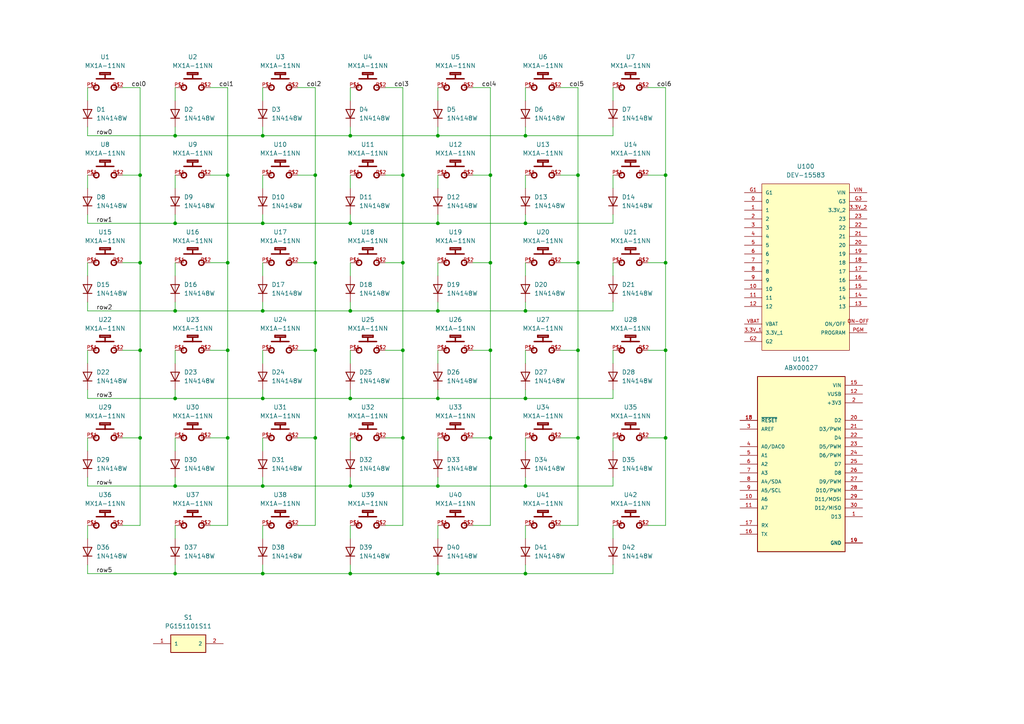
<source format=kicad_sch>
(kicad_sch (version 20231120) (generator "eeschema") (generator_version "8.0")
  (paper "A4")
  (junction (at 116.84 127))
  (junction (at 40.64 127))
  (junction (at 91.44 127))
  (junction (at 101.6 64.77))
  (junction (at 50.8 64.77))
  (junction (at 142.24 101.6))
  (junction (at 167.64 76.2))
  (junction (at 66.04 76.2))
  (junction (at 101.6 115.57))
  (junction (at 127 166.37))
  (junction (at 76.2 39.37))
  (junction (at 40.64 76.2))
  (junction (at 167.64 127))
  (junction (at 101.6 90.17))
  (junction (at 167.64 50.8))
  (junction (at 116.84 76.2))
  (junction (at 76.2 115.57))
  (junction (at 76.2 64.77))
  (junction (at 101.6 140.97))
  (junction (at 142.24 127))
  (junction (at 91.44 76.2))
  (junction (at 193.04 127))
  (junction (at 193.04 101.6))
  (junction (at 101.6 39.37))
  (junction (at 127 64.77))
  (junction (at 76.2 90.17))
  (junction (at 116.84 50.8))
  (junction (at 193.04 50.8))
  (junction (at 142.24 50.8))
  (junction (at 91.44 101.6))
  (junction (at 50.8 39.37))
  (junction (at 101.6 166.37))
  (junction (at 66.04 127))
  (junction (at 91.44 50.8))
  (junction (at 76.2 140.97))
  (junction (at 152.4 39.37))
  (junction (at 127 90.17))
  (junction (at 50.8 115.57))
  (junction (at 76.2 166.37))
  (junction (at 50.8 140.97))
  (junction (at 127 39.37))
  (junction (at 152.4 115.57))
  (junction (at 127 115.57))
  (junction (at 40.64 50.8))
  (junction (at 40.64 101.6))
  (junction (at 142.24 76.2))
  (junction (at 152.4 140.97))
  (junction (at 50.8 90.17))
  (junction (at 127 140.97))
  (junction (at 116.84 101.6))
  (junction (at 152.4 64.77))
  (junction (at 152.4 90.17))
  (junction (at 66.04 50.8))
  (junction (at 66.04 101.6))
  (junction (at 167.64 101.6))
  (junction (at 152.4 166.37))
  (junction (at 50.8 166.37))
  (junction (at 193.04 76.2))
  (wire (pts (xy 86.36 127) (xy 91.44 127)))
  (wire (pts (xy 66.04 101.6) (xy 66.04 127)))
  (wire (pts (xy 152.4 25.4) (xy 152.4 29.21)))
  (wire (pts (xy 152.4 166.37) (xy 177.8 166.37)))
  (wire (pts (xy 76.2 87.63) (xy 76.2 90.17)))
  (wire (pts (xy 101.6 25.4) (xy 101.6 29.21)))
  (wire (pts (xy 76.2 113.03) (xy 76.2 115.57)))
  (wire (pts (xy 101.6 36.83) (xy 101.6 39.37)))
  (wire (pts (xy 137.16 101.6) (xy 142.24 101.6)))
  (wire (pts (xy 177.8 76.2) (xy 177.8 80.01)))
  (wire (pts (xy 116.84 101.6) (xy 116.84 127)))
  (wire (pts (xy 162.56 76.2) (xy 167.64 76.2)))
  (wire (pts (xy 152.4 62.23) (xy 152.4 64.77)))
  (wire (pts (xy 40.64 127) (xy 40.64 152.4)))
  (wire (pts (xy 76.2 140.97) (xy 101.6 140.97)))
  (wire (pts (xy 76.2 152.4) (xy 76.2 156.21)))
  (wire (pts (xy 167.64 76.2) (xy 167.64 101.6)))
  (wire (pts (xy 167.64 152.4) (xy 162.56 152.4)))
  (wire (pts (xy 50.8 166.37) (xy 76.2 166.37)))
  (wire (pts (xy 152.4 152.4) (xy 152.4 156.21)))
  (wire (pts (xy 177.8 39.37) (xy 177.8 36.83)))
  (wire (pts (xy 25.4 166.37) (xy 50.8 166.37)))
  (wire (pts (xy 193.04 25.4) (xy 193.04 50.8)))
  (wire (pts (xy 91.44 101.6) (xy 91.44 127)))
  (wire (pts (xy 193.04 50.8) (xy 193.04 76.2)))
  (wire (pts (xy 25.4 87.63) (xy 25.4 90.17)))
  (wire (pts (xy 50.8 140.97) (xy 76.2 140.97)))
  (wire (pts (xy 193.04 76.2) (xy 193.04 101.6)))
  (wire (pts (xy 35.56 25.4) (xy 40.64 25.4)))
  (wire (pts (xy 50.8 152.4) (xy 50.8 156.21)))
  (wire (pts (xy 76.2 39.37) (xy 101.6 39.37)))
  (wire (pts (xy 40.64 152.4) (xy 35.56 152.4)))
  (wire (pts (xy 116.84 152.4) (xy 111.76 152.4)))
  (wire (pts (xy 66.04 127) (xy 66.04 152.4)))
  (wire (pts (xy 137.16 76.2) (xy 142.24 76.2)))
  (wire (pts (xy 101.6 163.83) (xy 101.6 166.37)))
  (wire (pts (xy 25.4 36.83) (xy 25.4 39.37)))
  (wire (pts (xy 127 138.43) (xy 127 140.97)))
  (wire (pts (xy 91.44 127) (xy 91.44 152.4)))
  (wire (pts (xy 25.4 62.23) (xy 25.4 64.77)))
  (wire (pts (xy 152.4 115.57) (xy 177.8 115.57)))
  (wire (pts (xy 101.6 140.97) (xy 127 140.97)))
  (wire (pts (xy 50.8 163.83) (xy 50.8 166.37)))
  (wire (pts (xy 60.96 25.4) (xy 66.04 25.4)))
  (wire (pts (xy 66.04 25.4) (xy 66.04 50.8)))
  (wire (pts (xy 50.8 87.63) (xy 50.8 90.17)))
  (wire (pts (xy 101.6 62.23) (xy 101.6 64.77)))
  (wire (pts (xy 25.4 113.03) (xy 25.4 115.57)))
  (wire (pts (xy 101.6 87.63) (xy 101.6 90.17)))
  (wire (pts (xy 127 64.77) (xy 152.4 64.77)))
  (wire (pts (xy 50.8 64.77) (xy 76.2 64.77)))
  (wire (pts (xy 25.4 127) (xy 25.4 130.81)))
  (wire (pts (xy 50.8 138.43) (xy 50.8 140.97)))
  (wire (pts (xy 86.36 25.4) (xy 91.44 25.4)))
  (wire (pts (xy 91.44 152.4) (xy 86.36 152.4)))
  (wire (pts (xy 66.04 76.2) (xy 66.04 101.6)))
  (wire (pts (xy 25.4 50.8) (xy 25.4 54.61)))
  (wire (pts (xy 25.4 115.57) (xy 50.8 115.57)))
  (wire (pts (xy 162.56 50.8) (xy 167.64 50.8)))
  (wire (pts (xy 152.4 50.8) (xy 152.4 54.61)))
  (wire (pts (xy 127 25.4) (xy 127 29.21)))
  (wire (pts (xy 127 140.97) (xy 152.4 140.97)))
  (wire (pts (xy 127 113.03) (xy 127 115.57)))
  (wire (pts (xy 76.2 115.57) (xy 101.6 115.57)))
  (wire (pts (xy 50.8 127) (xy 50.8 130.81)))
  (wire (pts (xy 76.2 64.77) (xy 101.6 64.77)))
  (wire (pts (xy 76.2 166.37) (xy 101.6 166.37)))
  (wire (pts (xy 187.96 76.2) (xy 193.04 76.2)))
  (wire (pts (xy 111.76 127) (xy 116.84 127)))
  (wire (pts (xy 152.4 39.37) (xy 177.8 39.37)))
  (wire (pts (xy 25.4 163.83) (xy 25.4 166.37)))
  (wire (pts (xy 76.2 163.83) (xy 76.2 166.37)))
  (wire (pts (xy 50.8 113.03) (xy 50.8 115.57)))
  (wire (pts (xy 177.8 127) (xy 177.8 130.81)))
  (wire (pts (xy 101.6 101.6) (xy 101.6 105.41)))
  (wire (pts (xy 152.4 113.03) (xy 152.4 115.57)))
  (wire (pts (xy 76.2 76.2) (xy 76.2 80.01)))
  (wire (pts (xy 142.24 101.6) (xy 142.24 127)))
  (wire (pts (xy 127 62.23) (xy 127 64.77)))
  (wire (pts (xy 177.8 25.4) (xy 177.8 29.21)))
  (wire (pts (xy 35.56 76.2) (xy 40.64 76.2)))
  (wire (pts (xy 60.96 76.2) (xy 66.04 76.2)))
  (wire (pts (xy 137.16 50.8) (xy 142.24 50.8)))
  (wire (pts (xy 86.36 76.2) (xy 91.44 76.2)))
  (wire (pts (xy 142.24 127) (xy 142.24 152.4)))
  (wire (pts (xy 76.2 36.83) (xy 76.2 39.37)))
  (wire (pts (xy 40.64 101.6) (xy 40.64 127)))
  (wire (pts (xy 86.36 101.6) (xy 91.44 101.6)))
  (wire (pts (xy 137.16 25.4) (xy 142.24 25.4)))
  (wire (pts (xy 76.2 25.4) (xy 76.2 29.21)))
  (wire (pts (xy 101.6 39.37) (xy 127 39.37)))
  (wire (pts (xy 25.4 152.4) (xy 25.4 156.21)))
  (wire (pts (xy 152.4 87.63) (xy 152.4 90.17)))
  (wire (pts (xy 193.04 101.6) (xy 193.04 127)))
  (wire (pts (xy 167.64 50.8) (xy 167.64 76.2)))
  (wire (pts (xy 127 115.57) (xy 152.4 115.57)))
  (wire (pts (xy 66.04 50.8) (xy 66.04 76.2)))
  (wire (pts (xy 101.6 90.17) (xy 127 90.17)))
  (wire (pts (xy 91.44 25.4) (xy 91.44 50.8)))
  (wire (pts (xy 142.24 152.4) (xy 137.16 152.4)))
  (wire (pts (xy 101.6 115.57) (xy 127 115.57)))
  (wire (pts (xy 127 50.8) (xy 127 54.61)))
  (wire (pts (xy 193.04 127) (xy 193.04 152.4)))
  (wire (pts (xy 101.6 113.03) (xy 101.6 115.57)))
  (wire (pts (xy 152.4 163.83) (xy 152.4 166.37)))
  (wire (pts (xy 101.6 64.77) (xy 127 64.77)))
  (wire (pts (xy 101.6 76.2) (xy 101.6 80.01)))
  (wire (pts (xy 152.4 101.6) (xy 152.4 105.41)))
  (wire (pts (xy 91.44 50.8) (xy 91.44 76.2)))
  (wire (pts (xy 116.84 50.8) (xy 116.84 76.2)))
  (wire (pts (xy 40.64 25.4) (xy 40.64 50.8)))
  (wire (pts (xy 152.4 64.77) (xy 177.8 64.77)))
  (wire (pts (xy 111.76 101.6) (xy 116.84 101.6)))
  (wire (pts (xy 177.8 64.77) (xy 177.8 62.23)))
  (wire (pts (xy 142.24 25.4) (xy 142.24 50.8)))
  (wire (pts (xy 50.8 25.4) (xy 50.8 29.21)))
  (wire (pts (xy 25.4 140.97) (xy 50.8 140.97)))
  (wire (pts (xy 40.64 76.2) (xy 40.64 101.6)))
  (wire (pts (xy 177.8 50.8) (xy 177.8 54.61)))
  (wire (pts (xy 50.8 90.17) (xy 76.2 90.17)))
  (wire (pts (xy 101.6 152.4) (xy 101.6 156.21)))
  (wire (pts (xy 152.4 90.17) (xy 177.8 90.17)))
  (wire (pts (xy 60.96 127) (xy 66.04 127)))
  (wire (pts (xy 25.4 138.43) (xy 25.4 140.97)))
  (wire (pts (xy 111.76 25.4) (xy 116.84 25.4)))
  (wire (pts (xy 91.44 76.2) (xy 91.44 101.6)))
  (wire (pts (xy 35.56 50.8) (xy 40.64 50.8)))
  (wire (pts (xy 177.8 90.17) (xy 177.8 87.63)))
  (wire (pts (xy 111.76 50.8) (xy 116.84 50.8)))
  (wire (pts (xy 25.4 101.6) (xy 25.4 105.41)))
  (wire (pts (xy 127 90.17) (xy 152.4 90.17)))
  (wire (pts (xy 152.4 127) (xy 152.4 130.81)))
  (wire (pts (xy 142.24 50.8) (xy 142.24 76.2)))
  (wire (pts (xy 35.56 127) (xy 40.64 127)))
  (wire (pts (xy 127 163.83) (xy 127 166.37)))
  (wire (pts (xy 116.84 25.4) (xy 116.84 50.8)))
  (wire (pts (xy 50.8 101.6) (xy 50.8 105.41)))
  (wire (pts (xy 187.96 127) (xy 193.04 127)))
  (wire (pts (xy 116.84 76.2) (xy 116.84 101.6)))
  (wire (pts (xy 50.8 50.8) (xy 50.8 54.61)))
  (wire (pts (xy 76.2 101.6) (xy 76.2 105.41)))
  (wire (pts (xy 101.6 50.8) (xy 101.6 54.61)))
  (wire (pts (xy 167.64 127) (xy 167.64 152.4)))
  (wire (pts (xy 152.4 36.83) (xy 152.4 39.37)))
  (wire (pts (xy 25.4 90.17) (xy 50.8 90.17)))
  (wire (pts (xy 76.2 50.8) (xy 76.2 54.61)))
  (wire (pts (xy 127 101.6) (xy 127 105.41)))
  (wire (pts (xy 127 87.63) (xy 127 90.17)))
  (wire (pts (xy 101.6 166.37) (xy 127 166.37)))
  (wire (pts (xy 40.64 50.8) (xy 40.64 76.2)))
  (wire (pts (xy 142.24 76.2) (xy 142.24 101.6)))
  (wire (pts (xy 60.96 101.6) (xy 66.04 101.6)))
  (wire (pts (xy 127 152.4) (xy 127 156.21)))
  (wire (pts (xy 193.04 152.4) (xy 187.96 152.4)))
  (wire (pts (xy 50.8 62.23) (xy 50.8 64.77)))
  (wire (pts (xy 127 36.83) (xy 127 39.37)))
  (wire (pts (xy 127 166.37) (xy 152.4 166.37)))
  (wire (pts (xy 116.84 127) (xy 116.84 152.4)))
  (wire (pts (xy 50.8 115.57) (xy 76.2 115.57)))
  (wire (pts (xy 76.2 62.23) (xy 76.2 64.77)))
  (wire (pts (xy 66.04 152.4) (xy 60.96 152.4)))
  (wire (pts (xy 152.4 140.97) (xy 177.8 140.97)))
  (wire (pts (xy 76.2 138.43) (xy 76.2 140.97)))
  (wire (pts (xy 50.8 36.83) (xy 50.8 39.37)))
  (wire (pts (xy 25.4 64.77) (xy 50.8 64.77)))
  (wire (pts (xy 25.4 25.4) (xy 25.4 29.21)))
  (wire (pts (xy 111.76 76.2) (xy 116.84 76.2)))
  (wire (pts (xy 162.56 25.4) (xy 167.64 25.4)))
  (wire (pts (xy 76.2 90.17) (xy 101.6 90.17)))
  (wire (pts (xy 127 39.37) (xy 152.4 39.37)))
  (wire (pts (xy 127 76.2) (xy 127 80.01)))
  (wire (pts (xy 152.4 138.43) (xy 152.4 140.97)))
  (wire (pts (xy 177.8 152.4) (xy 177.8 156.21)))
  (wire (pts (xy 162.56 127) (xy 167.64 127)))
  (wire (pts (xy 60.96 50.8) (xy 66.04 50.8)))
  (wire (pts (xy 167.64 101.6) (xy 167.64 127)))
  (wire (pts (xy 162.56 101.6) (xy 167.64 101.6)))
  (wire (pts (xy 101.6 127) (xy 101.6 130.81)))
  (wire (pts (xy 35.56 101.6) (xy 40.64 101.6)))
  (wire (pts (xy 152.4 76.2) (xy 152.4 80.01)))
  (wire (pts (xy 177.8 166.37) (xy 177.8 163.83)))
  (wire (pts (xy 76.2 127) (xy 76.2 130.81)))
  (wire (pts (xy 177.8 140.97) (xy 177.8 138.43)))
  (wire (pts (xy 177.8 101.6) (xy 177.8 105.41)))
  (wire (pts (xy 50.8 76.2) (xy 50.8 80.01)))
  (wire (pts (xy 101.6 138.43) (xy 101.6 140.97)))
  (wire (pts (xy 127 127) (xy 127 130.81)))
  (wire (pts (xy 187.96 101.6) (xy 193.04 101.6)))
  (wire (pts (xy 187.96 50.8) (xy 193.04 50.8)))
  (wire (pts (xy 25.4 39.37) (xy 50.8 39.37)))
  (wire (pts (xy 86.36 50.8) (xy 91.44 50.8)))
  (wire (pts (xy 50.8 39.37) (xy 76.2 39.37)))
  (wire (pts (xy 177.8 115.57) (xy 177.8 113.03)))
  (wire (pts (xy 137.16 127) (xy 142.24 127)))
  (wire (pts (xy 167.64 25.4) (xy 167.64 50.8)))
  (wire (pts (xy 25.4 76.2) (xy 25.4 80.01)))
  (wire (pts (xy 187.96 25.4) (xy 193.04 25.4)))
  (label "col6" (at 190.5 25.4 0))
  (label "row5" (at 27.94 166.37 0))
  (label "col0" (at 38.1 25.4 0))
  (label "col1" (at 63.5 25.4 0))
  (label "col3" (at 114.3 25.4 0))
  (label "row4" (at 27.94 140.97 0))
  (label "col5" (at 165.1 25.4 0))
  (label "row1" (at 27.94 64.77 0))
  (label "row0" (at 27.94 39.37 0))
  (label "row3" (at 27.94 115.57 0))
  (label "col2" (at 88.9 25.4 0))
  (label "col4" (at 139.7 25.4 0))
  (label "row2" (at 27.94 90.17 0))
  (symbol (lib_id "Diode:1N4148W") (at 76.2 33.02 90) (unit 1)
    (property "Reference" "D3" (at 78.74 31.7499 90) (effects (justify right)))
    (property "Value" "1N4148W" (at 78.74 34.2899 90) (effects (justify right)))
    (property "Footprint" "Diode_SMD:D_SOD-123" (effects (hide yes)))
    (property "Datasheet" "https://www.vishay.com/docs/85748/1n4148w.pdf" (effects (hide yes)))
    (property "Description" "75V 0.15A Fast Switching Diode, SOD-123" (effects (hide yes)))
    (property "Sim.Device" "D" (effects (hide yes)))
    (property "Sim.Pins" "1=K 2=A" (effects (hide yes)))
  )
  (symbol (lib_id "Diode:1N4148W") (at 127 109.22 90) (unit 1)
    (property "Reference" "D26" (at 129.54 107.9499 90) (effects (justify right)))
    (property "Value" "1N4148W" (at 129.54 110.4899 90) (effects (justify right)))
    (property "Footprint" "Diode_SMD:D_SOD-123" (effects (hide yes)))
    (property "Datasheet" "https://www.vishay.com/docs/85748/1n4148w.pdf" (effects (hide yes)))
    (property "Description" "75V 0.15A Fast Switching Diode, SOD-123" (effects (hide yes)))
    (property "Sim.Device" "D" (effects (hide yes)))
    (property "Sim.Pins" "1=K 2=A" (effects (hide yes)))
  )
  (symbol (lib_id "pedrolib:MX1A-11NN") (at 55.88 127 0) (unit 1)
    (property "Reference" "U30" (at 55.88 118.11 0))
    (property "Value" "MX1A-11NN" (at 55.88 120.65 0))
    (property "Footprint" "pedrolib:CHERRY_MX1A-11NN_SWITCH" (effects (hide yes)))
    (property "MF" "Cherry" (effects (hide yes)))
    (property "Description_1" "\nSwitch,Key,SPST-NO,Keyboard,Low Profile,10mA,12VDC,Face Place Mount,Std Force | Cherry Americas MX1A-11NN\n" (effects (hide yes)))
    (property "Package" "None" (effects (hide yes)))
    (property "Price" "None" (effects (hide yes)))
    (property "SnapEDA_Link" "https://www.snapeda.com/parts/MX1A-11NN/Cherry/view-part/?ref=snap" (effects (hide yes)))
    (property "MP" "MX1A-11NN" (effects (hide yes)))
    (property "Purchase-URL" "https://www.snapeda.com/api/url_track_click_mouser/?unipart_id=283337&manufacturer=Cherry&part_name=MX1A-11NN&search_term=cherry mx" (effects (hide yes)))
    (property "Availability" "In Stock" (effects (hide yes)))
    (property "Check_prices" "https://www.snapeda.com/parts/MX1A-11NN/Cherry/view-part/?ref=eda" (effects (hide yes)))
  )
  (symbol (lib_id "pedrolib:MX1A-11NN") (at 55.88 152.4 0) (unit 1)
    (property "Reference" "U37" (at 55.88 143.51 0))
    (property "Value" "MX1A-11NN" (at 55.88 146.05 0))
    (property "Footprint" "pedrolib:CHERRY_MX1A-11NN_SWITCH" (effects (hide yes)))
    (property "MF" "Cherry" (effects (hide yes)))
    (property "Description_1" "\nSwitch,Key,SPST-NO,Keyboard,Low Profile,10mA,12VDC,Face Place Mount,Std Force | Cherry Americas MX1A-11NN\n" (effects (hide yes)))
    (property "Package" "None" (effects (hide yes)))
    (property "Price" "None" (effects (hide yes)))
    (property "SnapEDA_Link" "https://www.snapeda.com/parts/MX1A-11NN/Cherry/view-part/?ref=snap" (effects (hide yes)))
    (property "MP" "MX1A-11NN" (effects (hide yes)))
    (property "Purchase-URL" "https://www.snapeda.com/api/url_track_click_mouser/?unipart_id=283337&manufacturer=Cherry&part_name=MX1A-11NN&search_term=cherry mx" (effects (hide yes)))
    (property "Availability" "In Stock" (effects (hide yes)))
    (property "Check_prices" "https://www.snapeda.com/parts/MX1A-11NN/Cherry/view-part/?ref=eda" (effects (hide yes)))
  )
  (symbol (lib_id "Diode:1N4148W") (at 177.8 83.82 90) (unit 1)
    (property "Reference" "D21" (at 180.34 82.5499 90) (effects (justify right)))
    (property "Value" "1N4148W" (at 180.34 85.0899 90) (effects (justify right)))
    (property "Footprint" "Diode_SMD:D_SOD-123" (effects (hide yes)))
    (property "Datasheet" "https://www.vishay.com/docs/85748/1n4148w.pdf" (effects (hide yes)))
    (property "Description" "75V 0.15A Fast Switching Diode, SOD-123" (effects (hide yes)))
    (property "Sim.Device" "D" (effects (hide yes)))
    (property "Sim.Pins" "1=K 2=A" (effects (hide yes)))
  )
  (symbol (lib_id "Diode:1N4148W") (at 127 160.02 90) (unit 1)
    (property "Reference" "D40" (at 129.54 158.7499 90) (effects (justify right)))
    (property "Value" "1N4148W" (at 129.54 161.2899 90) (effects (justify right)))
    (property "Footprint" "Diode_SMD:D_SOD-123" (effects (hide yes)))
    (property "Datasheet" "https://www.vishay.com/docs/85748/1n4148w.pdf" (effects (hide yes)))
    (property "Description" "75V 0.15A Fast Switching Diode, SOD-123" (effects (hide yes)))
    (property "Sim.Device" "D" (effects (hide yes)))
    (property "Sim.Pins" "1=K 2=A" (effects (hide yes)))
  )
  (symbol (lib_id "pedrolib:MX1A-11NN") (at 55.88 50.8 0) (unit 1)
    (property "Reference" "U9" (at 55.88 41.91 0))
    (property "Value" "MX1A-11NN" (at 55.88 44.45 0))
    (property "Footprint" "pedrolib:CHERRY_MX1A-11NN_SWITCH" (effects (hide yes)))
    (property "MF" "Cherry" (effects (hide yes)))
    (property "Description_1" "\nSwitch,Key,SPST-NO,Keyboard,Low Profile,10mA,12VDC,Face Place Mount,Std Force | Cherry Americas MX1A-11NN\n" (effects (hide yes)))
    (property "Package" "None" (effects (hide yes)))
    (property "Price" "None" (effects (hide yes)))
    (property "SnapEDA_Link" "https://www.snapeda.com/parts/MX1A-11NN/Cherry/view-part/?ref=snap" (effects (hide yes)))
    (property "MP" "MX1A-11NN" (effects (hide yes)))
    (property "Purchase-URL" "https://www.snapeda.com/api/url_track_click_mouser/?unipart_id=283337&manufacturer=Cherry&part_name=MX1A-11NN&search_term=cherry mx" (effects (hide yes)))
    (property "Availability" "In Stock" (effects (hide yes)))
    (property "Check_prices" "https://www.snapeda.com/parts/MX1A-11NN/Cherry/view-part/?ref=eda" (effects (hide yes)))
  )
  (symbol (lib_id "Diode:1N4148W") (at 25.4 33.02 90) (unit 1)
    (property "Reference" "D1" (at 27.94 31.7499 90) (effects (justify right)))
    (property "Value" "1N4148W" (at 27.94 34.2899 90) (effects (justify right)))
    (property "Footprint" "Diode_SMD:D_SOD-123" (effects (hide yes)))
    (property "Datasheet" "https://www.vishay.com/docs/85748/1n4148w.pdf" (effects (hide yes)))
    (property "Description" "75V 0.15A Fast Switching Diode, SOD-123" (effects (hide yes)))
    (property "Sim.Device" "D" (effects (hide yes)))
    (property "Sim.Pins" "1=K 2=A" (effects (hide yes)))
  )
  (symbol (lib_id "Diode:1N4148W") (at 152.4 33.02 90) (unit 1)
    (property "Reference" "D6" (at 154.94 31.7499 90) (effects (justify right)))
    (property "Value" "1N4148W" (at 154.94 34.2899 90) (effects (justify right)))
    (property "Footprint" "Diode_SMD:D_SOD-123" (effects (hide yes)))
    (property "Datasheet" "https://www.vishay.com/docs/85748/1n4148w.pdf" (effects (hide yes)))
    (property "Description" "75V 0.15A Fast Switching Diode, SOD-123" (effects (hide yes)))
    (property "Sim.Device" "D" (effects (hide yes)))
    (property "Sim.Pins" "1=K 2=A" (effects (hide yes)))
  )
  (symbol (lib_id "Diode:1N4148W") (at 127 58.42 90) (unit 1)
    (property "Reference" "D12" (at 129.54 57.1499 90) (effects (justify right)))
    (property "Value" "1N4148W" (at 129.54 59.6899 90) (effects (justify right)))
    (property "Footprint" "Diode_SMD:D_SOD-123" (effects (hide yes)))
    (property "Datasheet" "https://www.vishay.com/docs/85748/1n4148w.pdf" (effects (hide yes)))
    (property "Description" "75V 0.15A Fast Switching Diode, SOD-123" (effects (hide yes)))
    (property "Sim.Device" "D" (effects (hide yes)))
    (property "Sim.Pins" "1=K 2=A" (effects (hide yes)))
  )
  (symbol (lib_id "pedrolib:MX1A-11NN") (at 182.88 127 0) (unit 1)
    (property "Reference" "U35" (at 182.88 118.11 0))
    (property "Value" "MX1A-11NN" (at 182.88 120.65 0))
    (property "Footprint" "pedrolib:CHERRY_MX1A-11NN_SWITCH" (effects (hide yes)))
    (property "MF" "Cherry" (effects (hide yes)))
    (property "Description_1" "\nSwitch,Key,SPST-NO,Keyboard,Low Profile,10mA,12VDC,Face Place Mount,Std Force | Cherry Americas MX1A-11NN\n" (effects (hide yes)))
    (property "Package" "None" (effects (hide yes)))
    (property "Price" "None" (effects (hide yes)))
    (property "SnapEDA_Link" "https://www.snapeda.com/parts/MX1A-11NN/Cherry/view-part/?ref=snap" (effects (hide yes)))
    (property "MP" "MX1A-11NN" (effects (hide yes)))
    (property "Purchase-URL" "https://www.snapeda.com/api/url_track_click_mouser/?unipart_id=283337&manufacturer=Cherry&part_name=MX1A-11NN&search_term=cherry mx" (effects (hide yes)))
    (property "Availability" "In Stock" (effects (hide yes)))
    (property "Check_prices" "https://www.snapeda.com/parts/MX1A-11NN/Cherry/view-part/?ref=eda" (effects (hide yes)))
  )
  (symbol (lib_id "pedrolib:ABX00027") (at 232.41 134.62 0) (unit 1)
    (property "Reference" "U101" (at 232.41 104.14 0))
    (property "Value" "ABX00027" (at 232.41 106.68 0))
    (property "Footprint" "pedrolib:MODULE_ABX00027" (effects (hide yes)))
    (property "Description" "ATSAMD21G18A Arduino Nano 33 IoT SAM D ARM® Cortex®-M0+ MCU 32-Bit Embedded Evaluation Board" (effects (hide yes)))
    (property "MF" "Arduino" (effects (hide yes)))
    (property "PACKAGE" "None" (effects (hide yes)))
    (property "PRICE" "None" (effects (hide yes)))
    (property "Package" "None" (effects (hide yes)))
    (property "Check_prices" "https://www.snapeda.com/parts/Arduino%20Nano%2033%20IoT/Arduino/view-part/?ref=eda" (effects (hide yes)))
    (property "Price" "None" (effects (hide yes)))
    (property "SnapEDA_Link" "https://www.snapeda.com/parts/Arduino%20Nano%2033%20IoT/Arduino/view-part/?ref=snap" (effects (hide yes)))
    (property "MP" "Arduino Nano 33 IoT" (effects (hide yes)))
    (property "DIGIKEY-PURCHASE-URL" "https://snapeda.com/shop?store=DigiKey&id=3949339" (effects (hide yes)))
    (property "Availability" "In Stock" (effects (hide yes)))
    (property "AVAILABILITY" "Unavailable" (effects (hide yes)))
    (property "Description_1" "\nAn IoT connected IMU sensor in the Nano form factor.\n" (effects (hide yes)))
  )
  (symbol (lib_id "pedrolib:MX1A-11NN") (at 30.48 101.6 0) (unit 1)
    (property "Reference" "U22" (at 30.48 92.71 0))
    (property "Value" "MX1A-11NN" (at 30.48 95.25 0))
    (property "Footprint" "pedrolib:CHERRY_MX1A-11NN_SWITCH" (effects (hide yes)))
    (property "MF" "Cherry" (effects (hide yes)))
    (property "Description_1" "\nSwitch,Key,SPST-NO,Keyboard,Low Profile,10mA,12VDC,Face Place Mount,Std Force | Cherry Americas MX1A-11NN\n" (effects (hide yes)))
    (property "Package" "None" (effects (hide yes)))
    (property "Price" "None" (effects (hide yes)))
    (property "SnapEDA_Link" "https://www.snapeda.com/parts/MX1A-11NN/Cherry/view-part/?ref=snap" (effects (hide yes)))
    (property "MP" "MX1A-11NN" (effects (hide yes)))
    (property "Purchase-URL" "https://www.snapeda.com/api/url_track_click_mouser/?unipart_id=283337&manufacturer=Cherry&part_name=MX1A-11NN&search_term=cherry mx" (effects (hide yes)))
    (property "Availability" "In Stock" (effects (hide yes)))
    (property "Check_prices" "https://www.snapeda.com/parts/MX1A-11NN/Cherry/view-part/?ref=eda" (effects (hide yes)))
  )
  (symbol (lib_id "Diode:1N4148W") (at 76.2 83.82 90) (unit 1)
    (property "Reference" "D17" (at 78.74 82.5499 90) (effects (justify right)))
    (property "Value" "1N4148W" (at 78.74 85.0899 90) (effects (justify right)))
    (property "Footprint" "Diode_SMD:D_SOD-123" (effects (hide yes)))
    (property "Datasheet" "https://www.vishay.com/docs/85748/1n4148w.pdf" (effects (hide yes)))
    (property "Description" "75V 0.15A Fast Switching Diode, SOD-123" (effects (hide yes)))
    (property "Sim.Device" "D" (effects (hide yes)))
    (property "Sim.Pins" "1=K 2=A" (effects (hide yes)))
  )
  (symbol (lib_id "pedrolib:MX1A-11NN") (at 106.68 76.2 0) (unit 1)
    (property "Reference" "U18" (at 106.68 67.31 0))
    (property "Value" "MX1A-11NN" (at 106.68 69.85 0))
    (property "Footprint" "pedrolib:CHERRY_MX1A-11NN_SWITCH" (effects (hide yes)))
    (property "MF" "Cherry" (effects (hide yes)))
    (property "Description_1" "\nSwitch,Key,SPST-NO,Keyboard,Low Profile,10mA,12VDC,Face Place Mount,Std Force | Cherry Americas MX1A-11NN\n" (effects (hide yes)))
    (property "Package" "None" (effects (hide yes)))
    (property "Price" "None" (effects (hide yes)))
    (property "SnapEDA_Link" "https://www.snapeda.com/parts/MX1A-11NN/Cherry/view-part/?ref=snap" (effects (hide yes)))
    (property "MP" "MX1A-11NN" (effects (hide yes)))
    (property "Purchase-URL" "https://www.snapeda.com/api/url_track_click_mouser/?unipart_id=283337&manufacturer=Cherry&part_name=MX1A-11NN&search_term=cherry mx" (effects (hide yes)))
    (property "Availability" "In Stock" (effects (hide yes)))
    (property "Check_prices" "https://www.snapeda.com/parts/MX1A-11NN/Cherry/view-part/?ref=eda" (effects (hide yes)))
  )
  (symbol (lib_id "Diode:1N4148W") (at 50.8 58.42 90) (unit 1)
    (property "Reference" "D9" (at 53.34 57.1499 90) (effects (justify right)))
    (property "Value" "1N4148W" (at 53.34 59.6899 90) (effects (justify right)))
    (property "Footprint" "Diode_SMD:D_SOD-123" (effects (hide yes)))
    (property "Datasheet" "https://www.vishay.com/docs/85748/1n4148w.pdf" (effects (hide yes)))
    (property "Description" "75V 0.15A Fast Switching Diode, SOD-123" (effects (hide yes)))
    (property "Sim.Device" "D" (effects (hide yes)))
    (property "Sim.Pins" "1=K 2=A" (effects (hide yes)))
  )
  (symbol (lib_id "pedrolib:MX1A-11NN") (at 157.48 25.4 0) (unit 1)
    (property "Reference" "U6" (at 157.48 16.51 0))
    (property "Value" "MX1A-11NN" (at 157.48 19.05 0))
    (property "Footprint" "pedrolib:CHERRY_MX1A-11NN_SWITCH" (effects (hide yes)))
    (property "MF" "Cherry" (effects (hide yes)))
    (property "Description_1" "\nSwitch,Key,SPST-NO,Keyboard,Low Profile,10mA,12VDC,Face Place Mount,Std Force | Cherry Americas MX1A-11NN\n" (effects (hide yes)))
    (property "Package" "None" (effects (hide yes)))
    (property "Price" "None" (effects (hide yes)))
    (property "SnapEDA_Link" "https://www.snapeda.com/parts/MX1A-11NN/Cherry/view-part/?ref=snap" (effects (hide yes)))
    (property "MP" "MX1A-11NN" (effects (hide yes)))
    (property "Purchase-URL" "https://www.snapeda.com/api/url_track_click_mouser/?unipart_id=283337&manufacturer=Cherry&part_name=MX1A-11NN&search_term=cherry mx" (effects (hide yes)))
    (property "Availability" "In Stock" (effects (hide yes)))
    (property "Check_prices" "https://www.snapeda.com/parts/MX1A-11NN/Cherry/view-part/?ref=eda" (effects (hide yes)))
  )
  (symbol (lib_id "Diode:1N4148W") (at 25.4 109.22 90) (unit 1)
    (property "Reference" "D22" (at 27.94 107.9499 90) (effects (justify right)))
    (property "Value" "1N4148W" (at 27.94 110.4899 90) (effects (justify right)))
    (property "Footprint" "Diode_SMD:D_SOD-123" (effects (hide yes)))
    (property "Datasheet" "https://www.vishay.com/docs/85748/1n4148w.pdf" (effects (hide yes)))
    (property "Description" "75V 0.15A Fast Switching Diode, SOD-123" (effects (hide yes)))
    (property "Sim.Device" "D" (effects (hide yes)))
    (property "Sim.Pins" "1=K 2=A" (effects (hide yes)))
  )
  (symbol (lib_id "Diode:1N4148W") (at 127 33.02 90) (unit 1)
    (property "Reference" "D5" (at 129.54 31.7499 90) (effects (justify right)))
    (property "Value" "1N4148W" (at 129.54 34.2899 90) (effects (justify right)))
    (property "Footprint" "Diode_SMD:D_SOD-123" (effects (hide yes)))
    (property "Datasheet" "https://www.vishay.com/docs/85748/1n4148w.pdf" (effects (hide yes)))
    (property "Description" "75V 0.15A Fast Switching Diode, SOD-123" (effects (hide yes)))
    (property "Sim.Device" "D" (effects (hide yes)))
    (property "Sim.Pins" "1=K 2=A" (effects (hide yes)))
  )
  (symbol (lib_id "pedrolib:MX1A-11NN") (at 182.88 50.8 0) (unit 1)
    (property "Reference" "U14" (at 182.88 41.91 0))
    (property "Value" "MX1A-11NN" (at 182.88 44.45 0))
    (property "Footprint" "pedrolib:CHERRY_MX1A-11NN_SWITCH" (effects (hide yes)))
    (property "MF" "Cherry" (effects (hide yes)))
    (property "Description_1" "\nSwitch,Key,SPST-NO,Keyboard,Low Profile,10mA,12VDC,Face Place Mount,Std Force | Cherry Americas MX1A-11NN\n" (effects (hide yes)))
    (property "Package" "None" (effects (hide yes)))
    (property "Price" "None" (effects (hide yes)))
    (property "SnapEDA_Link" "https://www.snapeda.com/parts/MX1A-11NN/Cherry/view-part/?ref=snap" (effects (hide yes)))
    (property "MP" "MX1A-11NN" (effects (hide yes)))
    (property "Purchase-URL" "https://www.snapeda.com/api/url_track_click_mouser/?unipart_id=283337&manufacturer=Cherry&part_name=MX1A-11NN&search_term=cherry mx" (effects (hide yes)))
    (property "Availability" "In Stock" (effects (hide yes)))
    (property "Check_prices" "https://www.snapeda.com/parts/MX1A-11NN/Cherry/view-part/?ref=eda" (effects (hide yes)))
  )
  (symbol (lib_id "pedrolib:MX1A-11NN") (at 30.48 25.4 0) (unit 1)
    (property "Reference" "U1" (at 30.48 16.51 0))
    (property "Value" "MX1A-11NN" (at 30.48 19.05 0))
    (property "Footprint" "pedrolib:CHERRY_MX1A-11NN_SWITCH" (effects (hide yes)))
    (property "MF" "Cherry" (effects (hide yes)))
    (property "Description_1" "\nSwitch,Key,SPST-NO,Keyboard,Low Profile,10mA,12VDC,Face Place Mount,Std Force | Cherry Americas MX1A-11NN\n" (effects (hide yes)))
    (property "Package" "None" (effects (hide yes)))
    (property "Price" "None" (effects (hide yes)))
    (property "SnapEDA_Link" "https://www.snapeda.com/parts/MX1A-11NN/Cherry/view-part/?ref=snap" (effects (hide yes)))
    (property "MP" "MX1A-11NN" (effects (hide yes)))
    (property "Purchase-URL" "https://www.snapeda.com/api/url_track_click_mouser/?unipart_id=283337&manufacturer=Cherry&part_name=MX1A-11NN&search_term=cherry mx" (effects (hide yes)))
    (property "Availability" "In Stock" (effects (hide yes)))
    (property "Check_prices" "https://www.snapeda.com/parts/MX1A-11NN/Cherry/view-part/?ref=eda" (effects (hide yes)))
  )
  (symbol (lib_id "pedrolib:MX1A-11NN") (at 157.48 152.4 0) (unit 1)
    (property "Reference" "U41" (at 157.48 143.51 0))
    (property "Value" "MX1A-11NN" (at 157.48 146.05 0))
    (property "Footprint" "pedrolib:CHERRY_MX1A-11NN_SWITCH" (effects (hide yes)))
    (property "MF" "Cherry" (effects (hide yes)))
    (property "Description_1" "\nSwitch,Key,SPST-NO,Keyboard,Low Profile,10mA,12VDC,Face Place Mount,Std Force | Cherry Americas MX1A-11NN\n" (effects (hide yes)))
    (property "Package" "None" (effects (hide yes)))
    (property "Price" "None" (effects (hide yes)))
    (property "SnapEDA_Link" "https://www.snapeda.com/parts/MX1A-11NN/Cherry/view-part/?ref=snap" (effects (hide yes)))
    (property "MP" "MX1A-11NN" (effects (hide yes)))
    (property "Purchase-URL" "https://www.snapeda.com/api/url_track_click_mouser/?unipart_id=283337&manufacturer=Cherry&part_name=MX1A-11NN&search_term=cherry mx" (effects (hide yes)))
    (property "Availability" "In Stock" (effects (hide yes)))
    (property "Check_prices" "https://www.snapeda.com/parts/MX1A-11NN/Cherry/view-part/?ref=eda" (effects (hide yes)))
  )
  (symbol (lib_id "Diode:1N4148W") (at 76.2 58.42 90) (unit 1)
    (property "Reference" "D10" (at 78.74 57.1499 90) (effects (justify right)))
    (property "Value" "1N4148W" (at 78.74 59.6899 90) (effects (justify right)))
    (property "Footprint" "Diode_SMD:D_SOD-123" (effects (hide yes)))
    (property "Datasheet" "https://www.vishay.com/docs/85748/1n4148w.pdf" (effects (hide yes)))
    (property "Description" "75V 0.15A Fast Switching Diode, SOD-123" (effects (hide yes)))
    (property "Sim.Device" "D" (effects (hide yes)))
    (property "Sim.Pins" "1=K 2=A" (effects (hide yes)))
  )
  (symbol (lib_id "Diode:1N4148W") (at 50.8 160.02 90) (unit 1)
    (property "Reference" "D37" (at 53.34 158.7499 90) (effects (justify right)))
    (property "Value" "1N4148W" (at 53.34 161.2899 90) (effects (justify right)))
    (property "Footprint" "Diode_SMD:D_SOD-123" (effects (hide yes)))
    (property "Datasheet" "https://www.vishay.com/docs/85748/1n4148w.pdf" (effects (hide yes)))
    (property "Description" "75V 0.15A Fast Switching Diode, SOD-123" (effects (hide yes)))
    (property "Sim.Device" "D" (effects (hide yes)))
    (property "Sim.Pins" "1=K 2=A" (effects (hide yes)))
  )
  (symbol (lib_id "pedrolib:MX1A-11NN") (at 30.48 127 0) (unit 1)
    (property "Reference" "U29" (at 30.48 118.11 0))
    (property "Value" "MX1A-11NN" (at 30.48 120.65 0))
    (property "Footprint" "pedrolib:CHERRY_MX1A-11NN_SWITCH" (effects (hide yes)))
    (property "MF" "Cherry" (effects (hide yes)))
    (property "Description_1" "\nSwitch,Key,SPST-NO,Keyboard,Low Profile,10mA,12VDC,Face Place Mount,Std Force | Cherry Americas MX1A-11NN\n" (effects (hide yes)))
    (property "Package" "None" (effects (hide yes)))
    (property "Price" "None" (effects (hide yes)))
    (property "SnapEDA_Link" "https://www.snapeda.com/parts/MX1A-11NN/Cherry/view-part/?ref=snap" (effects (hide yes)))
    (property "MP" "MX1A-11NN" (effects (hide yes)))
    (property "Purchase-URL" "https://www.snapeda.com/api/url_track_click_mouser/?unipart_id=283337&manufacturer=Cherry&part_name=MX1A-11NN&search_term=cherry mx" (effects (hide yes)))
    (property "Availability" "In Stock" (effects (hide yes)))
    (property "Check_prices" "https://www.snapeda.com/parts/MX1A-11NN/Cherry/view-part/?ref=eda" (effects (hide yes)))
  )
  (symbol (lib_id "pedrolib:MX1A-11NN") (at 55.88 76.2 0) (unit 1)
    (property "Reference" "U16" (at 55.88 67.31 0))
    (property "Value" "MX1A-11NN" (at 55.88 69.85 0))
    (property "Footprint" "pedrolib:CHERRY_MX1A-11NN_SWITCH" (effects (hide yes)))
    (property "MF" "Cherry" (effects (hide yes)))
    (property "Description_1" "\nSwitch,Key,SPST-NO,Keyboard,Low Profile,10mA,12VDC,Face Place Mount,Std Force | Cherry Americas MX1A-11NN\n" (effects (hide yes)))
    (property "Package" "None" (effects (hide yes)))
    (property "Price" "None" (effects (hide yes)))
    (property "SnapEDA_Link" "https://www.snapeda.com/parts/MX1A-11NN/Cherry/view-part/?ref=snap" (effects (hide yes)))
    (property "MP" "MX1A-11NN" (effects (hide yes)))
    (property "Purchase-URL" "https://www.snapeda.com/api/url_track_click_mouser/?unipart_id=283337&manufacturer=Cherry&part_name=MX1A-11NN&search_term=cherry mx" (effects (hide yes)))
    (property "Availability" "In Stock" (effects (hide yes)))
    (property "Check_prices" "https://www.snapeda.com/parts/MX1A-11NN/Cherry/view-part/?ref=eda" (effects (hide yes)))
  )
  (symbol (lib_id "Diode:1N4148W") (at 101.6 160.02 90) (unit 1)
    (property "Reference" "D39" (at 104.14 158.7499 90) (effects (justify right)))
    (property "Value" "1N4148W" (at 104.14 161.2899 90) (effects (justify right)))
    (property "Footprint" "Diode_SMD:D_SOD-123" (effects (hide yes)))
    (property "Datasheet" "https://www.vishay.com/docs/85748/1n4148w.pdf" (effects (hide yes)))
    (property "Description" "75V 0.15A Fast Switching Diode, SOD-123" (effects (hide yes)))
    (property "Sim.Device" "D" (effects (hide yes)))
    (property "Sim.Pins" "1=K 2=A" (effects (hide yes)))
  )
  (symbol (lib_id "Diode:1N4148W") (at 50.8 109.22 90) (unit 1)
    (property "Reference" "D23" (at 53.34 107.9499 90) (effects (justify right)))
    (property "Value" "1N4148W" (at 53.34 110.4899 90) (effects (justify right)))
    (property "Footprint" "Diode_SMD:D_SOD-123" (effects (hide yes)))
    (property "Datasheet" "https://www.vishay.com/docs/85748/1n4148w.pdf" (effects (hide yes)))
    (property "Description" "75V 0.15A Fast Switching Diode, SOD-123" (effects (hide yes)))
    (property "Sim.Device" "D" (effects (hide yes)))
    (property "Sim.Pins" "1=K 2=A" (effects (hide yes)))
  )
  (symbol (lib_id "Diode:1N4148W") (at 152.4 83.82 90) (unit 1)
    (property "Reference" "D20" (at 154.94 82.5499 90) (effects (justify right)))
    (property "Value" "1N4148W" (at 154.94 85.0899 90) (effects (justify right)))
    (property "Footprint" "Diode_SMD:D_SOD-123" (effects (hide yes)))
    (property "Datasheet" "https://www.vishay.com/docs/85748/1n4148w.pdf" (effects (hide yes)))
    (property "Description" "75V 0.15A Fast Switching Diode, SOD-123" (effects (hide yes)))
    (property "Sim.Device" "D" (effects (hide yes)))
    (property "Sim.Pins" "1=K 2=A" (effects (hide yes)))
  )
  (symbol (lib_id "pedrolib:MX1A-11NN") (at 132.08 25.4 0) (unit 1)
    (property "Reference" "U5" (at 132.08 16.51 0))
    (property "Value" "MX1A-11NN" (at 132.08 19.05 0))
    (property "Footprint" "pedrolib:CHERRY_MX1A-11NN_SWITCH" (effects (hide yes)))
    (property "MF" "Cherry" (effects (hide yes)))
    (property "Description_1" "\nSwitch,Key,SPST-NO,Keyboard,Low Profile,10mA,12VDC,Face Place Mount,Std Force | Cherry Americas MX1A-11NN\n" (effects (hide yes)))
    (property "Package" "None" (effects (hide yes)))
    (property "Price" "None" (effects (hide yes)))
    (property "SnapEDA_Link" "https://www.snapeda.com/parts/MX1A-11NN/Cherry/view-part/?ref=snap" (effects (hide yes)))
    (property "MP" "MX1A-11NN" (effects (hide yes)))
    (property "Purchase-URL" "https://www.snapeda.com/api/url_track_click_mouser/?unipart_id=283337&manufacturer=Cherry&part_name=MX1A-11NN&search_term=cherry mx" (effects (hide yes)))
    (property "Availability" "In Stock" (effects (hide yes)))
    (property "Check_prices" "https://www.snapeda.com/parts/MX1A-11NN/Cherry/view-part/?ref=eda" (effects (hide yes)))
  )
  (symbol (lib_id "pedrolib:MX1A-11NN") (at 81.28 76.2 0) (unit 1)
    (property "Reference" "U17" (at 81.28 67.31 0))
    (property "Value" "MX1A-11NN" (at 81.28 69.85 0))
    (property "Footprint" "pedrolib:CHERRY_MX1A-11NN_SWITCH" (effects (hide yes)))
    (property "MF" "Cherry" (effects (hide yes)))
    (property "Description_1" "\nSwitch,Key,SPST-NO,Keyboard,Low Profile,10mA,12VDC,Face Place Mount,Std Force | Cherry Americas MX1A-11NN\n" (effects (hide yes)))
    (property "Package" "None" (effects (hide yes)))
    (property "Price" "None" (effects (hide yes)))
    (property "SnapEDA_Link" "https://www.snapeda.com/parts/MX1A-11NN/Cherry/view-part/?ref=snap" (effects (hide yes)))
    (property "MP" "MX1A-11NN" (effects (hide yes)))
    (property "Purchase-URL" "https://www.snapeda.com/api/url_track_click_mouser/?unipart_id=283337&manufacturer=Cherry&part_name=MX1A-11NN&search_term=cherry mx" (effects (hide yes)))
    (property "Availability" "In Stock" (effects (hide yes)))
    (property "Check_prices" "https://www.snapeda.com/parts/MX1A-11NN/Cherry/view-part/?ref=eda" (effects (hide yes)))
  )
  (symbol (lib_id "Diode:1N4148W") (at 177.8 134.62 90) (unit 1)
    (property "Reference" "D35" (at 180.34 133.3499 90) (effects (justify right)))
    (property "Value" "1N4148W" (at 180.34 135.8899 90) (effects (justify right)))
    (property "Footprint" "Diode_SMD:D_SOD-123" (effects (hide yes)))
    (property "Datasheet" "https://www.vishay.com/docs/85748/1n4148w.pdf" (effects (hide yes)))
    (property "Description" "75V 0.15A Fast Switching Diode, SOD-123" (effects (hide yes)))
    (property "Sim.Device" "D" (effects (hide yes)))
    (property "Sim.Pins" "1=K 2=A" (effects (hide yes)))
  )
  (symbol (lib_id "Diode:1N4148W") (at 76.2 160.02 90) (unit 1)
    (property "Reference" "D38" (at 78.74 158.7499 90) (effects (justify right)))
    (property "Value" "1N4148W" (at 78.74 161.2899 90) (effects (justify right)))
    (property "Footprint" "Diode_SMD:D_SOD-123" (effects (hide yes)))
    (property "Datasheet" "https://www.vishay.com/docs/85748/1n4148w.pdf" (effects (hide yes)))
    (property "Description" "75V 0.15A Fast Switching Diode, SOD-123" (effects (hide yes)))
    (property "Sim.Device" "D" (effects (hide yes)))
    (property "Sim.Pins" "1=K 2=A" (effects (hide yes)))
  )
  (symbol (lib_id "Diode:1N4148W") (at 25.4 58.42 90) (unit 1)
    (property "Reference" "D8" (at 27.94 57.1499 90) (effects (justify right)))
    (property "Value" "1N4148W" (at 27.94 59.6899 90) (effects (justify right)))
    (property "Footprint" "Diode_SMD:D_SOD-123" (effects (hide yes)))
    (property "Datasheet" "https://www.vishay.com/docs/85748/1n4148w.pdf" (effects (hide yes)))
    (property "Description" "75V 0.15A Fast Switching Diode, SOD-123" (effects (hide yes)))
    (property "Sim.Device" "D" (effects (hide yes)))
    (property "Sim.Pins" "1=K 2=A" (effects (hide yes)))
  )
  (symbol (lib_id "Diode:1N4148W") (at 101.6 109.22 90) (unit 1)
    (property "Reference" "D25" (at 104.14 107.9499 90) (effects (justify right)))
    (property "Value" "1N4148W" (at 104.14 110.4899 90) (effects (justify right)))
    (property "Footprint" "Diode_SMD:D_SOD-123" (effects (hide yes)))
    (property "Datasheet" "https://www.vishay.com/docs/85748/1n4148w.pdf" (effects (hide yes)))
    (property "Description" "75V 0.15A Fast Switching Diode, SOD-123" (effects (hide yes)))
    (property "Sim.Device" "D" (effects (hide yes)))
    (property "Sim.Pins" "1=K 2=A" (effects (hide yes)))
  )
  (symbol (lib_id "pedrolib:MX1A-11NN") (at 106.68 152.4 0) (unit 1)
    (property "Reference" "U39" (at 106.68 143.51 0))
    (property "Value" "MX1A-11NN" (at 106.68 146.05 0))
    (property "Footprint" "pedrolib:CHERRY_MX1A-11NN_SWITCH" (effects (hide yes)))
    (property "MF" "Cherry" (effects (hide yes)))
    (property "Description_1" "\nSwitch,Key,SPST-NO,Keyboard,Low Profile,10mA,12VDC,Face Place Mount,Std Force | Cherry Americas MX1A-11NN\n" (effects (hide yes)))
    (property "Package" "None" (effects (hide yes)))
    (property "Price" "None" (effects (hide yes)))
    (property "SnapEDA_Link" "https://www.snapeda.com/parts/MX1A-11NN/Cherry/view-part/?ref=snap" (effects (hide yes)))
    (property "MP" "MX1A-11NN" (effects (hide yes)))
    (property "Purchase-URL" "https://www.snapeda.com/api/url_track_click_mouser/?unipart_id=283337&manufacturer=Cherry&part_name=MX1A-11NN&search_term=cherry mx" (effects (hide yes)))
    (property "Availability" "In Stock" (effects (hide yes)))
    (property "Check_prices" "https://www.snapeda.com/parts/MX1A-11NN/Cherry/view-part/?ref=eda" (effects (hide yes)))
  )
  (symbol (lib_id "Diode:1N4148W") (at 127 134.62 90) (unit 1)
    (property "Reference" "D33" (at 129.54 133.3499 90) (effects (justify right)))
    (property "Value" "1N4148W" (at 129.54 135.8899 90) (effects (justify right)))
    (property "Footprint" "Diode_SMD:D_SOD-123" (effects (hide yes)))
    (property "Datasheet" "https://www.vishay.com/docs/85748/1n4148w.pdf" (effects (hide yes)))
    (property "Description" "75V 0.15A Fast Switching Diode, SOD-123" (effects (hide yes)))
    (property "Sim.Device" "D" (effects (hide yes)))
    (property "Sim.Pins" "1=K 2=A" (effects (hide yes)))
  )
  (symbol (lib_id "pedrolib:MX1A-11NN") (at 132.08 152.4 0) (unit 1)
    (property "Reference" "U40" (at 132.08 143.51 0))
    (property "Value" "MX1A-11NN" (at 132.08 146.05 0))
    (property "Footprint" "pedrolib:CHERRY_MX1A-11NN_SWITCH" (effects (hide yes)))
    (property "MF" "Cherry" (effects (hide yes)))
    (property "Description_1" "\nSwitch,Key,SPST-NO,Keyboard,Low Profile,10mA,12VDC,Face Place Mount,Std Force | Cherry Americas MX1A-11NN\n" (effects (hide yes)))
    (property "Package" "None" (effects (hide yes)))
    (property "Price" "None" (effects (hide yes)))
    (property "SnapEDA_Link" "https://www.snapeda.com/parts/MX1A-11NN/Cherry/view-part/?ref=snap" (effects (hide yes)))
    (property "MP" "MX1A-11NN" (effects (hide yes)))
    (property "Purchase-URL" "https://www.snapeda.com/api/url_track_click_mouser/?unipart_id=283337&manufacturer=Cherry&part_name=MX1A-11NN&search_term=cherry mx" (effects (hide yes)))
    (property "Availability" "In Stock" (effects (hide yes)))
    (property "Check_prices" "https://www.snapeda.com/parts/MX1A-11NN/Cherry/view-part/?ref=eda" (effects (hide yes)))
  )
  (symbol (lib_id "pedrolib:MX1A-11NN") (at 81.28 152.4 0) (unit 1)
    (property "Reference" "U38" (at 81.28 143.51 0))
    (property "Value" "MX1A-11NN" (at 81.28 146.05 0))
    (property "Footprint" "pedrolib:CHERRY_MX1A-11NN_SWITCH" (effects (hide yes)))
    (property "MF" "Cherry" (effects (hide yes)))
    (property "Description_1" "\nSwitch,Key,SPST-NO,Keyboard,Low Profile,10mA,12VDC,Face Place Mount,Std Force | Cherry Americas MX1A-11NN\n" (effects (hide yes)))
    (property "Package" "None" (effects (hide yes)))
    (property "Price" "None" (effects (hide yes)))
    (property "SnapEDA_Link" "https://www.snapeda.com/parts/MX1A-11NN/Cherry/view-part/?ref=snap" (effects (hide yes)))
    (property "MP" "MX1A-11NN" (effects (hide yes)))
    (property "Purchase-URL" "https://www.snapeda.com/api/url_track_click_mouser/?unipart_id=283337&manufacturer=Cherry&part_name=MX1A-11NN&search_term=cherry mx" (effects (hide yes)))
    (property "Availability" "In Stock" (effects (hide yes)))
    (property "Check_prices" "https://www.snapeda.com/parts/MX1A-11NN/Cherry/view-part/?ref=eda" (effects (hide yes)))
  )
  (symbol (lib_id "Diode:1N4148W") (at 152.4 160.02 90) (unit 1)
    (property "Reference" "D41" (at 154.94 158.7499 90) (effects (justify right)))
    (property "Value" "1N4148W" (at 154.94 161.2899 90) (effects (justify right)))
    (property "Footprint" "Diode_SMD:D_SOD-123" (effects (hide yes)))
    (property "Datasheet" "https://www.vishay.com/docs/85748/1n4148w.pdf" (effects (hide yes)))
    (property "Description" "75V 0.15A Fast Switching Diode, SOD-123" (effects (hide yes)))
    (property "Sim.Device" "D" (effects (hide yes)))
    (property "Sim.Pins" "1=K 2=A" (effects (hide yes)))
  )
  (symbol (lib_id "Diode:1N4148W") (at 50.8 33.02 90) (unit 1)
    (property "Reference" "D2" (at 53.34 31.7499 90) (effects (justify right)))
    (property "Value" "1N4148W" (at 53.34 34.2899 90) (effects (justify right)))
    (property "Footprint" "Diode_SMD:D_SOD-123" (effects (hide yes)))
    (property "Datasheet" "https://www.vishay.com/docs/85748/1n4148w.pdf" (effects (hide yes)))
    (property "Description" "75V 0.15A Fast Switching Diode, SOD-123" (effects (hide yes)))
    (property "Sim.Device" "D" (effects (hide yes)))
    (property "Sim.Pins" "1=K 2=A" (effects (hide yes)))
  )
  (symbol (lib_id "pedrolib:MX1A-11NN") (at 182.88 152.4 0) (unit 1)
    (property "Reference" "U42" (at 182.88 143.51 0))
    (property "Value" "MX1A-11NN" (at 182.88 146.05 0))
    (property "Footprint" "pedrolib:CHERRY_MX1A-11NN_SWITCH" (effects (hide yes)))
    (property "MF" "Cherry" (effects (hide yes)))
    (property "Description_1" "\nSwitch,Key,SPST-NO,Keyboard,Low Profile,10mA,12VDC,Face Place Mount,Std Force | Cherry Americas MX1A-11NN\n" (effects (hide yes)))
    (property "Package" "None" (effects (hide yes)))
    (property "Price" "None" (effects (hide yes)))
    (property "SnapEDA_Link" "https://www.snapeda.com/parts/MX1A-11NN/Cherry/view-part/?ref=snap" (effects (hide yes)))
    (property "MP" "MX1A-11NN" (effects (hide yes)))
    (property "Purchase-URL" "https://www.snapeda.com/api/url_track_click_mouser/?unipart_id=283337&manufacturer=Cherry&part_name=MX1A-11NN&search_term=cherry mx" (effects (hide yes)))
    (property "Availability" "In Stock" (effects (hide yes)))
    (property "Check_prices" "https://www.snapeda.com/parts/MX1A-11NN/Cherry/view-part/?ref=eda" (effects (hide yes)))
  )
  (symbol (lib_id "pedrolib:MX1A-11NN") (at 132.08 101.6 0) (unit 1)
    (property "Reference" "U26" (at 132.08 92.71 0))
    (property "Value" "MX1A-11NN" (at 132.08 95.25 0))
    (property "Footprint" "pedrolib:CHERRY_MX1A-11NN_SWITCH" (effects (hide yes)))
    (property "MF" "Cherry" (effects (hide yes)))
    (property "Description_1" "\nSwitch,Key,SPST-NO,Keyboard,Low Profile,10mA,12VDC,Face Place Mount,Std Force | Cherry Americas MX1A-11NN\n" (effects (hide yes)))
    (property "Package" "None" (effects (hide yes)))
    (property "Price" "None" (effects (hide yes)))
    (property "SnapEDA_Link" "https://www.snapeda.com/parts/MX1A-11NN/Cherry/view-part/?ref=snap" (effects (hide yes)))
    (property "MP" "MX1A-11NN" (effects (hide yes)))
    (property "Purchase-URL" "https://www.snapeda.com/api/url_track_click_mouser/?unipart_id=283337&manufacturer=Cherry&part_name=MX1A-11NN&search_term=cherry mx" (effects (hide yes)))
    (property "Availability" "In Stock" (effects (hide yes)))
    (property "Check_prices" "https://www.snapeda.com/parts/MX1A-11NN/Cherry/view-part/?ref=eda" (effects (hide yes)))
  )
  (symbol (lib_id "Diode:1N4148W") (at 76.2 109.22 90) (unit 1)
    (property "Reference" "D24" (at 78.74 107.9499 90) (effects (justify right)))
    (property "Value" "1N4148W" (at 78.74 110.4899 90) (effects (justify right)))
    (property "Footprint" "Diode_SMD:D_SOD-123" (effects (hide yes)))
    (property "Datasheet" "https://www.vishay.com/docs/85748/1n4148w.pdf" (effects (hide yes)))
    (property "Description" "75V 0.15A Fast Switching Diode, SOD-123" (effects (hide yes)))
    (property "Sim.Device" "D" (effects (hide yes)))
    (property "Sim.Pins" "1=K 2=A" (effects (hide yes)))
  )
  (symbol (lib_id "Diode:1N4148W") (at 152.4 58.42 90) (unit 1)
    (property "Reference" "D13" (at 154.94 57.1499 90) (effects (justify right)))
    (property "Value" "1N4148W" (at 154.94 59.6899 90) (effects (justify right)))
    (property "Footprint" "Diode_SMD:D_SOD-123" (effects (hide yes)))
    (property "Datasheet" "https://www.vishay.com/docs/85748/1n4148w.pdf" (effects (hide yes)))
    (property "Description" "75V 0.15A Fast Switching Diode, SOD-123" (effects (hide yes)))
    (property "Sim.Device" "D" (effects (hide yes)))
    (property "Sim.Pins" "1=K 2=A" (effects (hide yes)))
  )
  (symbol (lib_id "Diode:1N4148W") (at 101.6 83.82 90) (unit 1)
    (property "Reference" "D18" (at 104.14 82.5499 90) (effects (justify right)))
    (property "Value" "1N4148W" (at 104.14 85.0899 90) (effects (justify right)))
    (property "Footprint" "Diode_SMD:D_SOD-123" (effects (hide yes)))
    (property "Datasheet" "https://www.vishay.com/docs/85748/1n4148w.pdf" (effects (hide yes)))
    (property "Description" "75V 0.15A Fast Switching Diode, SOD-123" (effects (hide yes)))
    (property "Sim.Device" "D" (effects (hide yes)))
    (property "Sim.Pins" "1=K 2=A" (effects (hide yes)))
  )
  (symbol (lib_id "pedrolib:MX1A-11NN") (at 55.88 101.6 0) (unit 1)
    (property "Reference" "U23" (at 55.88 92.71 0))
    (property "Value" "MX1A-11NN" (at 55.88 95.25 0))
    (property "Footprint" "pedrolib:CHERRY_MX1A-11NN_SWITCH" (effects (hide yes)))
    (property "MF" "Cherry" (effects (hide yes)))
    (property "Description_1" "\nSwitch,Key,SPST-NO,Keyboard,Low Profile,10mA,12VDC,Face Place Mount,Std Force | Cherry Americas MX1A-11NN\n" (effects (hide yes)))
    (property "Package" "None" (effects (hide yes)))
    (property "Price" "None" (effects (hide yes)))
    (property "SnapEDA_Link" "https://www.snapeda.com/parts/MX1A-11NN/Cherry/view-part/?ref=snap" (effects (hide yes)))
    (property "MP" "MX1A-11NN" (effects (hide yes)))
    (property "Purchase-URL" "https://www.snapeda.com/api/url_track_click_mouser/?unipart_id=283337&manufacturer=Cherry&part_name=MX1A-11NN&search_term=cherry mx" (effects (hide yes)))
    (property "Availability" "In Stock" (effects (hide yes)))
    (property "Check_prices" "https://www.snapeda.com/parts/MX1A-11NN/Cherry/view-part/?ref=eda" (effects (hide yes)))
  )
  (symbol (lib_id "Diode:1N4148W") (at 76.2 134.62 90) (unit 1)
    (property "Reference" "D31" (at 78.74 133.3499 90) (effects (justify right)))
    (property "Value" "1N4148W" (at 78.74 135.8899 90) (effects (justify right)))
    (property "Footprint" "Diode_SMD:D_SOD-123" (effects (hide yes)))
    (property "Datasheet" "https://www.vishay.com/docs/85748/1n4148w.pdf" (effects (hide yes)))
    (property "Description" "75V 0.15A Fast Switching Diode, SOD-123" (effects (hide yes)))
    (property "Sim.Device" "D" (effects (hide yes)))
    (property "Sim.Pins" "1=K 2=A" (effects (hide yes)))
  )
  (symbol (lib_id "pedrolib:MX1A-11NN") (at 157.48 76.2 0) (unit 1)
    (property "Reference" "U20" (at 157.48 67.31 0))
    (property "Value" "MX1A-11NN" (at 157.48 69.85 0))
    (property "Footprint" "pedrolib:CHERRY_MX1A-11NN_SWITCH" (effects (hide yes)))
    (property "MF" "Cherry" (effects (hide yes)))
    (property "Description_1" "\nSwitch,Key,SPST-NO,Keyboard,Low Profile,10mA,12VDC,Face Place Mount,Std Force | Cherry Americas MX1A-11NN\n" (effects (hide yes)))
    (property "Package" "None" (effects (hide yes)))
    (property "Price" "None" (effects (hide yes)))
    (property "SnapEDA_Link" "https://www.snapeda.com/parts/MX1A-11NN/Cherry/view-part/?ref=snap" (effects (hide yes)))
    (property "MP" "MX1A-11NN" (effects (hide yes)))
    (property "Purchase-URL" "https://www.snapeda.com/api/url_track_click_mouser/?unipart_id=283337&manufacturer=Cherry&part_name=MX1A-11NN&search_term=cherry mx" (effects (hide yes)))
    (property "Availability" "In Stock" (effects (hide yes)))
    (property "Check_prices" "https://www.snapeda.com/parts/MX1A-11NN/Cherry/view-part/?ref=eda" (effects (hide yes)))
  )
  (symbol (lib_id "pedrolib:MX1A-11NN") (at 81.28 101.6 0) (unit 1)
    (property "Reference" "U24" (at 81.28 92.71 0))
    (property "Value" "MX1A-11NN" (at 81.28 95.25 0))
    (property "Footprint" "pedrolib:CHERRY_MX1A-11NN_SWITCH" (effects (hide yes)))
    (property "MF" "Cherry" (effects (hide yes)))
    (property "Description_1" "\nSwitch,Key,SPST-NO,Keyboard,Low Profile,10mA,12VDC,Face Place Mount,Std Force | Cherry Americas MX1A-11NN\n" (effects (hide yes)))
    (property "Package" "None" (effects (hide yes)))
    (property "Price" "None" (effects (hide yes)))
    (property "SnapEDA_Link" "https://www.snapeda.com/parts/MX1A-11NN/Cherry/view-part/?ref=snap" (effects (hide yes)))
    (property "MP" "MX1A-11NN" (effects (hide yes)))
    (property "Purchase-URL" "https://www.snapeda.com/api/url_track_click_mouser/?unipart_id=283337&manufacturer=Cherry&part_name=MX1A-11NN&search_term=cherry mx" (effects (hide yes)))
    (property "Availability" "In Stock" (effects (hide yes)))
    (property "Check_prices" "https://www.snapeda.com/parts/MX1A-11NN/Cherry/view-part/?ref=eda" (effects (hide yes)))
  )
  (symbol (lib_id "Diode:1N4148W") (at 177.8 109.22 90) (unit 1)
    (property "Reference" "D28" (at 180.34 107.9499 90) (effects (justify right)))
    (property "Value" "1N4148W" (at 180.34 110.4899 90) (effects (justify right)))
    (property "Footprint" "Diode_SMD:D_SOD-123" (effects (hide yes)))
    (property "Datasheet" "https://www.vishay.com/docs/85748/1n4148w.pdf" (effects (hide yes)))
    (property "Description" "75V 0.15A Fast Switching Diode, SOD-123" (effects (hide yes)))
    (property "Sim.Device" "D" (effects (hide yes)))
    (property "Sim.Pins" "1=K 2=A" (effects (hide yes)))
  )
  (symbol (lib_id "pedrolib:MX1A-11NN") (at 132.08 127 0) (unit 1)
    (property "Reference" "U33" (at 132.08 118.11 0))
    (property "Value" "MX1A-11NN" (at 132.08 120.65 0))
    (property "Footprint" "pedrolib:CHERRY_MX1A-11NN_SWITCH" (effects (hide yes)))
    (property "MF" "Cherry" (effects (hide yes)))
    (property "Description_1" "\nSwitch,Key,SPST-NO,Keyboard,Low Profile,10mA,12VDC,Face Place Mount,Std Force | Cherry Americas MX1A-11NN\n" (effects (hide yes)))
    (property "Package" "None" (effects (hide yes)))
    (property "Price" "None" (effects (hide yes)))
    (property "SnapEDA_Link" "https://www.snapeda.com/parts/MX1A-11NN/Cherry/view-part/?ref=snap" (effects (hide yes)))
    (property "MP" "MX1A-11NN" (effects (hide yes)))
    (property "Purchase-URL" "https://www.snapeda.com/api/url_track_click_mouser/?unipart_id=283337&manufacturer=Cherry&part_name=MX1A-11NN&search_term=cherry mx" (effects (hide yes)))
    (property "Availability" "In Stock" (effects (hide yes)))
    (property "Check_prices" "https://www.snapeda.com/parts/MX1A-11NN/Cherry/view-part/?ref=eda" (effects (hide yes)))
  )
  (symbol (lib_id "pedrolib:MX1A-11NN") (at 81.28 50.8 0) (unit 1)
    (property "Reference" "U10" (at 81.28 41.91 0))
    (property "Value" "MX1A-11NN" (at 81.28 44.45 0))
    (property "Footprint" "pedrolib:CHERRY_MX1A-11NN_SWITCH" (effects (hide yes)))
    (property "MF" "Cherry" (effects (hide yes)))
    (property "Description_1" "\nSwitch,Key,SPST-NO,Keyboard,Low Profile,10mA,12VDC,Face Place Mount,Std Force | Cherry Americas MX1A-11NN\n" (effects (hide yes)))
    (property "Package" "None" (effects (hide yes)))
    (property "Price" "None" (effects (hide yes)))
    (property "SnapEDA_Link" "https://www.snapeda.com/parts/MX1A-11NN/Cherry/view-part/?ref=snap" (effects (hide yes)))
    (property "MP" "MX1A-11NN" (effects (hide yes)))
    (property "Purchase-URL" "https://www.snapeda.com/api/url_track_click_mouser/?unipart_id=283337&manufacturer=Cherry&part_name=MX1A-11NN&search_term=cherry mx" (effects (hide yes)))
    (property "Availability" "In Stock" (effects (hide yes)))
    (property "Check_prices" "https://www.snapeda.com/parts/MX1A-11NN/Cherry/view-part/?ref=eda" (effects (hide yes)))
  )
  (symbol (lib_id "pedrolib:MX1A-11NN") (at 132.08 76.2 0) (unit 1)
    (property "Reference" "U19" (at 132.08 67.31 0))
    (property "Value" "MX1A-11NN" (at 132.08 69.85 0))
    (property "Footprint" "pedrolib:CHERRY_MX1A-11NN_SWITCH" (effects (hide yes)))
    (property "MF" "Cherry" (effects (hide yes)))
    (property "Description_1" "\nSwitch,Key,SPST-NO,Keyboard,Low Profile,10mA,12VDC,Face Place Mount,Std Force | Cherry Americas MX1A-11NN\n" (effects (hide yes)))
    (property "Package" "None" (effects (hide yes)))
    (property "Price" "None" (effects (hide yes)))
    (property "SnapEDA_Link" "https://www.snapeda.com/parts/MX1A-11NN/Cherry/view-part/?ref=snap" (effects (hide yes)))
    (property "MP" "MX1A-11NN" (effects (hide yes)))
    (property "Purchase-URL" "https://www.snapeda.com/api/url_track_click_mouser/?unipart_id=283337&manufacturer=Cherry&part_name=MX1A-11NN&search_term=cherry mx" (effects (hide yes)))
    (property "Availability" "In Stock" (effects (hide yes)))
    (property "Check_prices" "https://www.snapeda.com/parts/MX1A-11NN/Cherry/view-part/?ref=eda" (effects (hide yes)))
  )
  (symbol (lib_id "pedrolib:MX1A-11NN") (at 182.88 101.6 0) (unit 1)
    (property "Reference" "U28" (at 182.88 92.71 0))
    (property "Value" "MX1A-11NN" (at 182.88 95.25 0))
    (property "Footprint" "pedrolib:CHERRY_MX1A-11NN_SWITCH" (effects (hide yes)))
    (property "MF" "Cherry" (effects (hide yes)))
    (property "Description_1" "\nSwitch,Key,SPST-NO,Keyboard,Low Profile,10mA,12VDC,Face Place Mount,Std Force | Cherry Americas MX1A-11NN\n" (effects (hide yes)))
    (property "Package" "None" (effects (hide yes)))
    (property "Price" "None" (effects (hide yes)))
    (property "SnapEDA_Link" "https://www.snapeda.com/parts/MX1A-11NN/Cherry/view-part/?ref=snap" (effects (hide yes)))
    (property "MP" "MX1A-11NN" (effects (hide yes)))
    (property "Purchase-URL" "https://www.snapeda.com/api/url_track_click_mouser/?unipart_id=283337&manufacturer=Cherry&part_name=MX1A-11NN&search_term=cherry mx" (effects (hide yes)))
    (property "Availability" "In Stock" (effects (hide yes)))
    (property "Check_prices" "https://www.snapeda.com/parts/MX1A-11NN/Cherry/view-part/?ref=eda" (effects (hide yes)))
  )
  (symbol (lib_id "pedrolib:MX1A-11NN") (at 106.68 50.8 0) (unit 1)
    (property "Reference" "U11" (at 106.68 41.91 0))
    (property "Value" "MX1A-11NN" (at 106.68 44.45 0))
    (property "Footprint" "pedrolib:CHERRY_MX1A-11NN_SWITCH" (effects (hide yes)))
    (property "MF" "Cherry" (effects (hide yes)))
    (property "Description_1" "\nSwitch,Key,SPST-NO,Keyboard,Low Profile,10mA,12VDC,Face Place Mount,Std Force | Cherry Americas MX1A-11NN\n" (effects (hide yes)))
    (property "Package" "None" (effects (hide yes)))
    (property "Price" "None" (effects (hide yes)))
    (property "SnapEDA_Link" "https://www.snapeda.com/parts/MX1A-11NN/Cherry/view-part/?ref=snap" (effects (hide yes)))
    (property "MP" "MX1A-11NN" (effects (hide yes)))
    (property "Purchase-URL" "https://www.snapeda.com/api/url_track_click_mouser/?unipart_id=283337&manufacturer=Cherry&part_name=MX1A-11NN&search_term=cherry mx" (effects (hide yes)))
    (property "Availability" "In Stock" (effects (hide yes)))
    (property "Check_prices" "https://www.snapeda.com/parts/MX1A-11NN/Cherry/view-part/?ref=eda" (effects (hide yes)))
  )
  (symbol (lib_id "Diode:1N4148W") (at 152.4 109.22 90) (unit 1)
    (property "Reference" "D27" (at 154.94 107.9499 90) (effects (justify right)))
    (property "Value" "1N4148W" (at 154.94 110.4899 90) (effects (justify right)))
    (property "Footprint" "Diode_SMD:D_SOD-123" (effects (hide yes)))
    (property "Datasheet" "https://www.vishay.com/docs/85748/1n4148w.pdf" (effects (hide yes)))
    (property "Description" "75V 0.15A Fast Switching Diode, SOD-123" (effects (hide yes)))
    (property "Sim.Device" "D" (effects (hide yes)))
    (property "Sim.Pins" "1=K 2=A" (effects (hide yes)))
  )
  (symbol (lib_id "pedrolib:MX1A-11NN") (at 81.28 25.4 0) (unit 1)
    (property "Reference" "U3" (at 81.28 16.51 0))
    (property "Value" "MX1A-11NN" (at 81.28 19.05 0))
    (property "Footprint" "pedrolib:CHERRY_MX1A-11NN_SWITCH" (effects (hide yes)))
    (property "MF" "Cherry" (effects (hide yes)))
    (property "Description_1" "\nSwitch,Key,SPST-NO,Keyboard,Low Profile,10mA,12VDC,Face Place Mount,Std Force | Cherry Americas MX1A-11NN\n" (effects (hide yes)))
    (property "Package" "None" (effects (hide yes)))
    (property "Price" "None" (effects (hide yes)))
    (property "SnapEDA_Link" "https://www.snapeda.com/parts/MX1A-11NN/Cherry/view-part/?ref=snap" (effects (hide yes)))
    (property "MP" "MX1A-11NN" (effects (hide yes)))
    (property "Purchase-URL" "https://www.snapeda.com/api/url_track_click_mouser/?unipart_id=283337&manufacturer=Cherry&part_name=MX1A-11NN&search_term=cherry mx" (effects (hide yes)))
    (property "Availability" "In Stock" (effects (hide yes)))
    (property "Check_prices" "https://www.snapeda.com/parts/MX1A-11NN/Cherry/view-part/?ref=eda" (effects (hide yes)))
  )
  (symbol (lib_id "pedrolib:MX1A-11NN") (at 182.88 25.4 0) (unit 1)
    (property "Reference" "U7" (at 182.88 16.51 0))
    (property "Value" "MX1A-11NN" (at 182.88 19.05 0))
    (property "Footprint" "pedrolib:CHERRY_MX1A-11NN_SWITCH" (effects (hide yes)))
    (property "MF" "Cherry" (effects (hide yes)))
    (property "Description_1" "\nSwitch,Key,SPST-NO,Keyboard,Low Profile,10mA,12VDC,Face Place Mount,Std Force | Cherry Americas MX1A-11NN\n" (effects (hide yes)))
    (property "Package" "None" (effects (hide yes)))
    (property "Price" "None" (effects (hide yes)))
    (property "SnapEDA_Link" "https://www.snapeda.com/parts/MX1A-11NN/Cherry/view-part/?ref=snap" (effects (hide yes)))
    (property "MP" "MX1A-11NN" (effects (hide yes)))
    (property "Purchase-URL" "https://www.snapeda.com/api/url_track_click_mouser/?unipart_id=283337&manufacturer=Cherry&part_name=MX1A-11NN&search_term=cherry mx" (effects (hide yes)))
    (property "Availability" "In Stock" (effects (hide yes)))
    (property "Check_prices" "https://www.snapeda.com/parts/MX1A-11NN/Cherry/view-part/?ref=eda" (effects (hide yes)))
  )
  (symbol (lib_id "pedrolib:MX1A-11NN") (at 106.68 101.6 0) (unit 1)
    (property "Reference" "U25" (at 106.68 92.71 0))
    (property "Value" "MX1A-11NN" (at 106.68 95.25 0))
    (property "Footprint" "pedrolib:CHERRY_MX1A-11NN_SWITCH" (effects (hide yes)))
    (property "MF" "Cherry" (effects (hide yes)))
    (property "Description_1" "\nSwitch,Key,SPST-NO,Keyboard,Low Profile,10mA,12VDC,Face Place Mount,Std Force | Cherry Americas MX1A-11NN\n" (effects (hide yes)))
    (property "Package" "None" (effects (hide yes)))
    (property "Price" "None" (effects (hide yes)))
    (property "SnapEDA_Link" "https://www.snapeda.com/parts/MX1A-11NN/Cherry/view-part/?ref=snap" (effects (hide yes)))
    (property "MP" "MX1A-11NN" (effects (hide yes)))
    (property "Purchase-URL" "https://www.snapeda.com/api/url_track_click_mouser/?unipart_id=283337&manufacturer=Cherry&part_name=MX1A-11NN&search_term=cherry mx" (effects (hide yes)))
    (property "Availability" "In Stock" (effects (hide yes)))
    (property "Check_prices" "https://www.snapeda.com/parts/MX1A-11NN/Cherry/view-part/?ref=eda" (effects (hide yes)))
  )
  (symbol (lib_id "Diode:1N4148W") (at 50.8 83.82 90) (unit 1)
    (property "Reference" "D16" (at 53.34 82.5499 90) (effects (justify right)))
    (property "Value" "1N4148W" (at 53.34 85.0899 90) (effects (justify right)))
    (property "Footprint" "Diode_SMD:D_SOD-123" (effects (hide yes)))
    (property "Datasheet" "https://www.vishay.com/docs/85748/1n4148w.pdf" (effects (hide yes)))
    (property "Description" "75V 0.15A Fast Switching Diode, SOD-123" (effects (hide yes)))
    (property "Sim.Device" "D" (effects (hide yes)))
    (property "Sim.Pins" "1=K 2=A" (effects (hide yes)))
  )
  (symbol (lib_id "Diode:1N4148W") (at 101.6 33.02 90) (unit 1)
    (property "Reference" "D4" (at 104.14 31.7499 90) (effects (justify right)))
    (property "Value" "1N4148W" (at 104.14 34.2899 90) (effects (justify right)))
    (property "Footprint" "Diode_SMD:D_SOD-123" (effects (hide yes)))
    (property "Datasheet" "https://www.vishay.com/docs/85748/1n4148w.pdf" (effects (hide yes)))
    (property "Description" "75V 0.15A Fast Switching Diode, SOD-123" (effects (hide yes)))
    (property "Sim.Device" "D" (effects (hide yes)))
    (property "Sim.Pins" "1=K 2=A" (effects (hide yes)))
  )
  (symbol (lib_id "Diode:1N4148W") (at 25.4 160.02 90) (unit 1)
    (property "Reference" "D36" (at 27.94 158.7499 90) (effects (justify right)))
    (property "Value" "1N4148W" (at 27.94 161.2899 90) (effects (justify right)))
    (property "Footprint" "Diode_SMD:D_SOD-123" (effects (hide yes)))
    (property "Datasheet" "https://www.vishay.com/docs/85748/1n4148w.pdf" (effects (hide yes)))
    (property "Description" "75V 0.15A Fast Switching Diode, SOD-123" (effects (hide yes)))
    (property "Sim.Device" "D" (effects (hide yes)))
    (property "Sim.Pins" "1=K 2=A" (effects (hide yes)))
  )
  (symbol (lib_id "pedrolib:PG151101S11") (at 54.61 186.69 0) (unit 1)
    (property "Reference" "S1" (at 54.61 179.07 0))
    (property "Value" "PG151101S11" (at 54.61 181.61 0))
    (property "Footprint" "pedrolib:SW_PG151101S11" (effects (hide yes)))
    (property "MF" "Kailh" (effects (hide yes)))
    (property "MAXIMUM_PACKAGE_HEIGHT" "1.95 mm" (effects (hide yes)))
    (property "Package" "Package" (effects (hide yes)))
    (property "Price" "None" (effects (hide yes)))
    (property "Check_prices" "https://www.snapeda.com/parts/PG151101S11/Kailh/view-part/?ref=eda" (effects (hide yes)))
    (property "STANDARD" "Manufacturer Recommendations" (effects (hide yes)))
    (property "PARTREV" "A" (effects (hide yes)))
    (property "SnapEDA_Link" "https://www.snapeda.com/parts/PG151101S11/Kailh/view-part/?ref=snap" (effects (hide yes)))
    (property "MP" "PG151101S11" (effects (hide yes)))
    (property "Description_1" "\n" (effects (hide yes)))
    (property "Availability" "Not in stock" (effects (hide yes)))
    (property "MANUFACTURER" "Kailh" (effects (hide yes)))
  )
  (symbol (lib_id "Diode:1N4148W") (at 177.8 160.02 90) (unit 1)
    (property "Reference" "D42" (at 180.34 158.7499 90) (effects (justify right)))
    (property "Value" "1N4148W" (at 180.34 161.2899 90) (effects (justify right)))
    (property "Footprint" "Diode_SMD:D_SOD-123" (effects (hide yes)))
    (property "Datasheet" "https://www.vishay.com/docs/85748/1n4148w.pdf" (effects (hide yes)))
    (property "Description" "75V 0.15A Fast Switching Diode, SOD-123" (effects (hide yes)))
    (property "Sim.Device" "D" (effects (hide yes)))
    (property "Sim.Pins" "1=K 2=A" (effects (hide yes)))
  )
  (symbol (lib_id "Diode:1N4148W") (at 25.4 83.82 90) (unit 1)
    (property "Reference" "D15" (at 27.94 82.5499 90) (effects (justify right)))
    (property "Value" "1N4148W" (at 27.94 85.0899 90) (effects (justify right)))
    (property "Footprint" "Diode_SMD:D_SOD-123" (effects (hide yes)))
    (property "Datasheet" "https://www.vishay.com/docs/85748/1n4148w.pdf" (effects (hide yes)))
    (property "Description" "75V 0.15A Fast Switching Diode, SOD-123" (effects (hide yes)))
    (property "Sim.Device" "D" (effects (hide yes)))
    (property "Sim.Pins" "1=K 2=A" (effects (hide yes)))
  )
  (symbol (lib_id "pedrolib:MX1A-11NN") (at 30.48 152.4 0) (unit 1)
    (property "Reference" "U36" (at 30.48 143.51 0))
    (property "Value" "MX1A-11NN" (at 30.48 146.05 0))
    (property "Footprint" "pedrolib:CHERRY_MX1A-11NN_SWITCH" (effects (hide yes)))
    (property "MF" "Cherry" (effects (hide yes)))
    (property "Description_1" "\nSwitch,Key,SPST-NO,Keyboard,Low Profile,10mA,12VDC,Face Place Mount,Std Force | Cherry Americas MX1A-11NN\n" (effects (hide yes)))
    (property "Package" "None" (effects (hide yes)))
    (property "Price" "None" (effects (hide yes)))
    (property "SnapEDA_Link" "https://www.snapeda.com/parts/MX1A-11NN/Cherry/view-part/?ref=snap" (effects (hide yes)))
    (property "MP" "MX1A-11NN" (effects (hide yes)))
    (property "Purchase-URL" "https://www.snapeda.com/api/url_track_click_mouser/?unipart_id=283337&manufacturer=Cherry&part_name=MX1A-11NN&search_term=cherry mx" (effects (hide yes)))
    (property "Availability" "In Stock" (effects (hide yes)))
    (property "Check_prices" "https://www.snapeda.com/parts/MX1A-11NN/Cherry/view-part/?ref=eda" (effects (hide yes)))
  )
  (symbol (lib_id "pedrolib:MX1A-11NN") (at 157.48 101.6 0) (unit 1)
    (property "Reference" "U27" (at 157.48 92.71 0))
    (property "Value" "MX1A-11NN" (at 157.48 95.25 0))
    (property "Footprint" "pedrolib:CHERRY_MX1A-11NN_SWITCH" (effects (hide yes)))
    (property "MF" "Cherry" (effects (hide yes)))
    (property "Description_1" "\nSwitch,Key,SPST-NO,Keyboard,Low Profile,10mA,12VDC,Face Place Mount,Std Force | Cherry Americas MX1A-11NN\n" (effects (hide yes)))
    (property "Package" "None" (effects (hide yes)))
    (property "Price" "None" (effects (hide yes)))
    (property "SnapEDA_Link" "https://www.snapeda.com/parts/MX1A-11NN/Cherry/view-part/?ref=snap" (effects (hide yes)))
    (property "MP" "MX1A-11NN" (effects (hide yes)))
    (property "Purchase-URL" "https://www.snapeda.com/api/url_track_click_mouser/?unipart_id=283337&manufacturer=Cherry&part_name=MX1A-11NN&search_term=cherry mx" (effects (hide yes)))
    (property "Availability" "In Stock" (effects (hide yes)))
    (property "Check_prices" "https://www.snapeda.com/parts/MX1A-11NN/Cherry/view-part/?ref=eda" (effects (hide yes)))
  )
  (symbol (lib_id "Diode:1N4148W") (at 127 83.82 90) (unit 1)
    (property "Reference" "D19" (at 129.54 82.5499 90) (effects (justify right)))
    (property "Value" "1N4148W" (at 129.54 85.0899 90) (effects (justify right)))
    (property "Footprint" "Diode_SMD:D_SOD-123" (effects (hide yes)))
    (property "Datasheet" "https://www.vishay.com/docs/85748/1n4148w.pdf" (effects (hide yes)))
    (property "Description" "75V 0.15A Fast Switching Diode, SOD-123" (effects (hide yes)))
    (property "Sim.Device" "D" (effects (hide yes)))
    (property "Sim.Pins" "1=K 2=A" (effects (hide yes)))
  )
  (symbol (lib_id "Diode:1N4148W") (at 101.6 58.42 90) (unit 1)
    (property "Reference" "D11" (at 104.14 57.1499 90) (effects (justify right)))
    (property "Value" "1N4148W" (at 104.14 59.6899 90) (effects (justify right)))
    (property "Footprint" "Diode_SMD:D_SOD-123" (effects (hide yes)))
    (property "Datasheet" "https://www.vishay.com/docs/85748/1n4148w.pdf" (effects (hide yes)))
    (property "Description" "75V 0.15A Fast Switching Diode, SOD-123" (effects (hide yes)))
    (property "Sim.Device" "D" (effects (hide yes)))
    (property "Sim.Pins" "1=K 2=A" (effects (hide yes)))
  )
  (symbol (lib_id "pedrolib:MX1A-11NN") (at 55.88 25.4 0) (unit 1)
    (property "Reference" "U2" (at 55.88 16.51 0))
    (property "Value" "MX1A-11NN" (at 55.88 19.05 0))
    (property "Footprint" "pedrolib:CHERRY_MX1A-11NN_SWITCH" (effects (hide yes)))
    (property "MF" "Cherry" (effects (hide yes)))
    (property "Description_1" "\nSwitch,Key,SPST-NO,Keyboard,Low Profile,10mA,12VDC,Face Place Mount,Std Force | Cherry Americas MX1A-11NN\n" (effects (hide yes)))
    (property "Package" "None" (effects (hide yes)))
    (property "Price" "None" (effects (hide yes)))
    (property "SnapEDA_Link" "https://www.snapeda.com/parts/MX1A-11NN/Cherry/view-part/?ref=snap" (effects (hide yes)))
    (property "MP" "MX1A-11NN" (effects (hide yes)))
    (property "Purchase-URL" "https://www.snapeda.com/api/url_track_click_mouser/?unipart_id=283337&manufacturer=Cherry&part_name=MX1A-11NN&search_term=cherry mx" (effects (hide yes)))
    (property "Availability" "In Stock" (effects (hide yes)))
    (property "Check_prices" "https://www.snapeda.com/parts/MX1A-11NN/Cherry/view-part/?ref=eda" (effects (hide yes)))
  )
  (symbol (lib_id "Diode:1N4148W") (at 177.8 33.02 90) (unit 1)
    (property "Reference" "D7" (at 180.34 31.7499 90) (effects (justify right)))
    (property "Value" "1N4148W" (at 180.34 34.2899 90) (effects (justify right)))
    (property "Footprint" "Diode_SMD:D_SOD-123" (effects (hide yes)))
    (property "Datasheet" "https://www.vishay.com/docs/85748/1n4148w.pdf" (effects (hide yes)))
    (property "Description" "75V 0.15A Fast Switching Diode, SOD-123" (effects (hide yes)))
    (property "Sim.Device" "D" (effects (hide yes)))
    (property "Sim.Pins" "1=K 2=A" (effects (hide yes)))
  )
  (symbol (lib_id "pedrolib:MX1A-11NN") (at 132.08 50.8 0) (unit 1)
    (property "Reference" "U12" (at 132.08 41.91 0))
    (property "Value" "MX1A-11NN" (at 132.08 44.45 0))
    (property "Footprint" "pedrolib:CHERRY_MX1A-11NN_SWITCH" (effects (hide yes)))
    (property "MF" "Cherry" (effects (hide yes)))
    (property "Description_1" "\nSwitch,Key,SPST-NO,Keyboard,Low Profile,10mA,12VDC,Face Place Mount,Std Force | Cherry Americas MX1A-11NN\n" (effects (hide yes)))
    (property "Package" "None" (effects (hide yes)))
    (property "Price" "None" (effects (hide yes)))
    (property "SnapEDA_Link" "https://www.snapeda.com/parts/MX1A-11NN/Cherry/view-part/?ref=snap" (effects (hide yes)))
    (property "MP" "MX1A-11NN" (effects (hide yes)))
    (property "Purchase-URL" "https://www.snapeda.com/api/url_track_click_mouser/?unipart_id=283337&manufacturer=Cherry&part_name=MX1A-11NN&search_term=cherry mx" (effects (hide yes)))
    (property "Availability" "In Stock" (effects (hide yes)))
    (property "Check_prices" "https://www.snapeda.com/parts/MX1A-11NN/Cherry/view-part/?ref=eda" (effects (hide yes)))
  )
  (symbol (lib_id "pedrolib:MX1A-11NN") (at 106.68 25.4 0) (unit 1)
    (property "Reference" "U4" (at 106.68 16.51 0))
    (property "Value" "MX1A-11NN" (at 106.68 19.05 0))
    (property "Footprint" "pedrolib:CHERRY_MX1A-11NN_SWITCH" (effects (hide yes)))
    (property "MF" "Cherry" (effects (hide yes)))
    (property "Description_1" "\nSwitch,Key,SPST-NO,Keyboard,Low Profile,10mA,12VDC,Face Place Mount,Std Force | Cherry Americas MX1A-11NN\n" (effects (hide yes)))
    (property "Package" "None" (effects (hide yes)))
    (property "Price" "None" (effects (hide yes)))
    (property "SnapEDA_Link" "https://www.snapeda.com/parts/MX1A-11NN/Cherry/view-part/?ref=snap" (effects (hide yes)))
    (property "MP" "MX1A-11NN" (effects (hide yes)))
    (property "Purchase-URL" "https://www.snapeda.com/api/url_track_click_mouser/?unipart_id=283337&manufacturer=Cherry&part_name=MX1A-11NN&search_term=cherry mx" (effects (hide yes)))
    (property "Availability" "In Stock" (effects (hide yes)))
    (property "Check_prices" "https://www.snapeda.com/parts/MX1A-11NN/Cherry/view-part/?ref=eda" (effects (hide yes)))
  )
  (symbol (lib_id "Diode:1N4148W") (at 177.8 58.42 90) (unit 1)
    (property "Reference" "D14" (at 180.34 57.1499 90) (effects (justify right)))
    (property "Value" "1N4148W" (at 180.34 59.6899 90) (effects (justify right)))
    (property "Footprint" "Diode_SMD:D_SOD-123" (effects (hide yes)))
    (property "Datasheet" "https://www.vishay.com/docs/85748/1n4148w.pdf" (effects (hide yes)))
    (property "Description" "75V 0.15A Fast Switching Diode, SOD-123" (effects (hide yes)))
    (property "Sim.Device" "D" (effects (hide yes)))
    (property "Sim.Pins" "1=K 2=A" (effects (hide yes)))
  )
  (symbol (lib_id "Diode:1N4148W") (at 50.8 134.62 90) (unit 1)
    (property "Reference" "D30" (at 53.34 133.3499 90) (effects (justify right)))
    (property "Value" "1N4148W" (at 53.34 135.8899 90) (effects (justify right)))
    (property "Footprint" "Diode_SMD:D_SOD-123" (effects (hide yes)))
    (property "Datasheet" "https://www.vishay.com/docs/85748/1n4148w.pdf" (effects (hide yes)))
    (property "Description" "75V 0.15A Fast Switching Diode, SOD-123" (effects (hide yes)))
    (property "Sim.Device" "D" (effects (hide yes)))
    (property "Sim.Pins" "1=K 2=A" (effects (hide yes)))
  )
  (symbol (lib_id "pedrolib:MX1A-11NN") (at 106.68 127 0) (unit 1)
    (property "Reference" "U32" (at 106.68 118.11 0))
    (property "Value" "MX1A-11NN" (at 106.68 120.65 0))
    (property "Footprint" "pedrolib:CHERRY_MX1A-11NN_SWITCH" (effects (hide yes)))
    (property "MF" "Cherry" (effects (hide yes)))
    (property "Description_1" "\nSwitch,Key,SPST-NO,Keyboard,Low Profile,10mA,12VDC,Face Place Mount,Std Force | Cherry Americas MX1A-11NN\n" (effects (hide yes)))
    (property "Package" "None" (effects (hide yes)))
    (property "Price" "None" (effects (hide yes)))
    (property "SnapEDA_Link" "https://www.snapeda.com/parts/MX1A-11NN/Cherry/view-part/?ref=snap" (effects (hide yes)))
    (property "MP" "MX1A-11NN" (effects (hide yes)))
    (property "Purchase-URL" "https://www.snapeda.com/api/url_track_click_mouser/?unipart_id=283337&manufacturer=Cherry&part_name=MX1A-11NN&search_term=cherry mx" (effects (hide yes)))
    (property "Availability" "In Stock" (effects (hide yes)))
    (property "Check_prices" "https://www.snapeda.com/parts/MX1A-11NN/Cherry/view-part/?ref=eda" (effects (hide yes)))
  )
  (symbol (lib_id "pedrolib:MX1A-11NN") (at 157.48 127 0) (unit 1)
    (property "Reference" "U34" (at 157.48 118.11 0))
    (property "Value" "MX1A-11NN" (at 157.48 120.65 0))
    (property "Footprint" "pedrolib:CHERRY_MX1A-11NN_SWITCH" (effects (hide yes)))
    (property "MF" "Cherry" (effects (hide yes)))
    (property "Description_1" "\nSwitch,Key,SPST-NO,Keyboard,Low Profile,10mA,12VDC,Face Place Mount,Std Force | Cherry Americas MX1A-11NN\n" (effects (hide yes)))
    (property "Package" "None" (effects (hide yes)))
    (property "Price" "None" (effects (hide yes)))
    (property "SnapEDA_Link" "https://www.snapeda.com/parts/MX1A-11NN/Cherry/view-part/?ref=snap" (effects (hide yes)))
    (property "MP" "MX1A-11NN" (effects (hide yes)))
    (property "Purchase-URL" "https://www.snapeda.com/api/url_track_click_mouser/?unipart_id=283337&manufacturer=Cherry&part_name=MX1A-11NN&search_term=cherry mx" (effects (hide yes)))
    (property "Availability" "In Stock" (effects (hide yes)))
    (property "Check_prices" "https://www.snapeda.com/parts/MX1A-11NN/Cherry/view-part/?ref=eda" (effects (hide yes)))
  )
  (symbol (lib_id "Diode:1N4148W") (at 25.4 134.62 90) (unit 1)
    (property "Reference" "D29" (at 27.94 133.3499 90) (effects (justify right)))
    (property "Value" "1N4148W" (at 27.94 135.8899 90) (effects (justify right)))
    (property "Footprint" "Diode_SMD:D_SOD-123" (effects (hide yes)))
    (property "Datasheet" "https://www.vishay.com/docs/85748/1n4148w.pdf" (effects (hide yes)))
    (property "Description" "75V 0.15A Fast Switching Diode, SOD-123" (effects (hide yes)))
    (property "Sim.Device" "D" (effects (hide yes)))
    (property "Sim.Pins" "1=K 2=A" (effects (hide yes)))
  )
  (symbol (lib_id "pedrolib:MX1A-11NN") (at 30.48 50.8 0) (unit 1)
    (property "Reference" "U8" (at 30.48 41.91 0))
    (property "Value" "MX1A-11NN" (at 30.48 44.45 0))
    (property "Footprint" "pedrolib:CHERRY_MX1A-11NN_SWITCH" (effects (hide yes)))
    (property "MF" "Cherry" (effects (hide yes)))
    (property "Description_1" "\nSwitch,Key,SPST-NO,Keyboard,Low Profile,10mA,12VDC,Face Place Mount,Std Force | Cherry Americas MX1A-11NN\n" (effects (hide yes)))
    (property "Package" "None" (effects (hide yes)))
    (property "Price" "None" (effects (hide yes)))
    (property "SnapEDA_Link" "https://www.snapeda.com/parts/MX1A-11NN/Cherry/view-part/?ref=snap" (effects (hide yes)))
    (property "MP" "MX1A-11NN" (effects (hide yes)))
    (property "Purchase-URL" "https://www.snapeda.com/api/url_track_click_mouser/?unipart_id=283337&manufacturer=Cherry&part_name=MX1A-11NN&search_term=cherry mx" (effects (hide yes)))
    (property "Availability" "In Stock" (effects (hide yes)))
    (property "Check_prices" "https://www.snapeda.com/parts/MX1A-11NN/Cherry/view-part/?ref=eda" (effects (hide yes)))
  )
  (symbol (lib_id "pedrolib:MX1A-11NN") (at 81.28 127 0) (unit 1)
    (property "Reference" "U31" (at 81.28 118.11 0))
    (property "Value" "MX1A-11NN" (at 81.28 120.65 0))
    (property "Footprint" "pedrolib:CHERRY_MX1A-11NN_SWITCH" (effects (hide yes)))
    (property "MF" "Cherry" (effects (hide yes)))
    (property "Description_1" "\nSwitch,Key,SPST-NO,Keyboard,Low Profile,10mA,12VDC,Face Place Mount,Std Force | Cherry Americas MX1A-11NN\n" (effects (hide yes)))
    (property "Package" "None" (effects (hide yes)))
    (property "Price" "None" (effects (hide yes)))
    (property "SnapEDA_Link" "https://www.snapeda.com/parts/MX1A-11NN/Cherry/view-part/?ref=snap" (effects (hide yes)))
    (property "MP" "MX1A-11NN" (effects (hide yes)))
    (property "Purchase-URL" "https://www.snapeda.com/api/url_track_click_mouser/?unipart_id=283337&manufacturer=Cherry&part_name=MX1A-11NN&search_term=cherry mx" (effects (hide yes)))
    (property "Availability" "In Stock" (effects (hide yes)))
    (property "Check_prices" "https://www.snapeda.com/parts/MX1A-11NN/Cherry/view-part/?ref=eda" (effects (hide yes)))
  )
  (symbol (lib_id "pedrolib:MX1A-11NN") (at 30.48 76.2 0) (unit 1)
    (property "Reference" "U15" (at 30.48 67.31 0))
    (property "Value" "MX1A-11NN" (at 30.48 69.85 0))
    (property "Footprint" "pedrolib:CHERRY_MX1A-11NN_SWITCH" (effects (hide yes)))
    (property "MF" "Cherry" (effects (hide yes)))
    (property "Description_1" "\nSwitch,Key,SPST-NO,Keyboard,Low Profile,10mA,12VDC,Face Place Mount,Std Force | Cherry Americas MX1A-11NN\n" (effects (hide yes)))
    (property "Package" "None" (effects (hide yes)))
    (property "Price" "None" (effects (hide yes)))
    (property "SnapEDA_Link" "https://www.snapeda.com/parts/MX1A-11NN/Cherry/view-part/?ref=snap" (effects (hide yes)))
    (property "MP" "MX1A-11NN" (effects (hide yes)))
    (property "Purchase-URL" "https://www.snapeda.com/api/url_track_click_mouser/?unipart_id=283337&manufacturer=Cherry&part_name=MX1A-11NN&search_term=cherry mx" (effects (hide yes)))
    (property "Availability" "In Stock" (effects (hide yes)))
    (property "Check_prices" "https://www.snapeda.com/parts/MX1A-11NN/Cherry/view-part/?ref=eda" (effects (hide yes)))
  )
  (symbol (lib_id "pedrolib:MX1A-11NN") (at 157.48 50.8 0) (unit 1)
    (property "Reference" "U13" (at 157.48 41.91 0))
    (property "Value" "MX1A-11NN" (at 157.48 44.45 0))
    (property "Footprint" "pedrolib:CHERRY_MX1A-11NN_SWITCH" (effects (hide yes)))
    (property "MF" "Cherry" (effects (hide yes)))
    (property "Description_1" "\nSwitch,Key,SPST-NO,Keyboard,Low Profile,10mA,12VDC,Face Place Mount,Std Force | Cherry Americas MX1A-11NN\n" (effects (hide yes)))
    (property "Package" "None" (effects (hide yes)))
    (property "Price" "None" (effects (hide yes)))
    (property "SnapEDA_Link" "https://www.snapeda.com/parts/MX1A-11NN/Cherry/view-part/?ref=snap" (effects (hide yes)))
    (property "MP" "MX1A-11NN" (effects (hide yes)))
    (property "Purchase-URL" "https://www.snapeda.com/api/url_track_click_mouser/?unipart_id=283337&manufacturer=Cherry&part_name=MX1A-11NN&search_term=cherry mx" (effects (hide yes)))
    (property "Availability" "In Stock" (effects (hide yes)))
    (property "Check_prices" "https://www.snapeda.com/parts/MX1A-11NN/Cherry/view-part/?ref=eda" (effects (hide yes)))
  )
  (symbol (lib_id "pedrolib:MX1A-11NN") (at 182.88 76.2 0) (unit 1)
    (property "Reference" "U21" (at 182.88 67.31 0))
    (property "Value" "MX1A-11NN" (at 182.88 69.85 0))
    (property "Footprint" "pedrolib:CHERRY_MX1A-11NN_SWITCH" (effects (hide yes)))
    (property "MF" "Cherry" (effects (hide yes)))
    (property "Description_1" "\nSwitch,Key,SPST-NO,Keyboard,Low Profile,10mA,12VDC,Face Place Mount,Std Force | Cherry Americas MX1A-11NN\n" (effects (hide yes)))
    (property "Package" "None" (effects (hide yes)))
    (property "Price" "None" (effects (hide yes)))
    (property "SnapEDA_Link" "https://www.snapeda.com/parts/MX1A-11NN/Cherry/view-part/?ref=snap" (effects (hide yes)))
    (property "MP" "MX1A-11NN" (effects (hide yes)))
    (property "Purchase-URL" "https://www.snapeda.com/api/url_track_click_mouser/?unipart_id=283337&manufacturer=Cherry&part_name=MX1A-11NN&search_term=cherry mx" (effects (hide yes)))
    (property "Availability" "In Stock" (effects (hide yes)))
    (property "Check_prices" "https://www.snapeda.com/parts/MX1A-11NN/Cherry/view-part/?ref=eda" (effects (hide yes)))
  )
  (symbol (lib_id "Diode:1N4148W") (at 101.6 134.62 90) (unit 1)
    (property "Reference" "D32" (at 104.14 133.3499 90) (effects (justify right)))
    (property "Value" "1N4148W" (at 104.14 135.8899 90) (effects (justify right)))
    (property "Footprint" "Diode_SMD:D_SOD-123" (effects (hide yes)))
    (property "Datasheet" "https://www.vishay.com/docs/85748/1n4148w.pdf" (effects (hide yes)))
    (property "Description" "75V 0.15A Fast Switching Diode, SOD-123" (effects (hide yes)))
    (property "Sim.Device" "D" (effects (hide yes)))
    (property "Sim.Pins" "1=K 2=A" (effects (hide yes)))
  )
  (symbol (lib_id "Diode:1N4148W") (at 152.4 134.62 90) (unit 1)
    (property "Reference" "D34" (at 154.94 133.3499 90) (effects (justify right)))
    (property "Value" "1N4148W" (at 154.94 135.8899 90) (effects (justify right)))
    (property "Footprint" "Diode_SMD:D_SOD-123" (effects (hide yes)))
    (property "Datasheet" "https://www.vishay.com/docs/85748/1n4148w.pdf" (effects (hide yes)))
    (property "Description" "75V 0.15A Fast Switching Diode, SOD-123" (effects (hide yes)))
    (property "Sim.Device" "D" (effects (hide yes)))
    (property "Sim.Pins" "1=K 2=A" (effects (hide yes)))
  )
  (symbol (lib_id "pedrolib:DEV-15583") (at 233.68 76.2 0) (unit 1)
    (property "Reference" "U100" (at 233.68 48.26 0))
    (property "Value" "DEV-15583" (at 233.68 50.8 0))
    (property "Footprint" "pedrolib:MODULE_DEV-15583" (effects (hide yes)))
    (property "MF" "SparkFun Electronics" (effects (hide yes)))
    (property "MAXIMUM_PACKAGE_HEIGHT" "5.87mm" (effects (hide yes)))
    (property "Package" "None" (effects (hide yes)))
    (property "Price" "None" (effects (hide yes)))
    (property "Check_prices" "https://www.snapeda.com/parts/DEV-15583/SparkFun+Electronics/view-part/?ref=eda" (effects (hide yes)))
    (property "STANDARD" "Manufacturer Recommendations" (effects (hide yes)))
    (property "SnapEDA_Link" "https://www.snapeda.com/parts/DEV-15583/SparkFun+Electronics/view-part/?ref=snap" (effects (hide yes)))
    (property "MP" "DEV-15583" (effects (hide yes)))
    (property "Purchase-URL" "https://www.snapeda.com/api/url_track_click_mouser/?unipart_id=4001229&manufacturer=SparkFun Electronics&part_name=DEV-15583&search_term=teensy 4.0" (effects (hide yes)))
    (property "Description_1" "\nRT1062 Teensy 4.0 series ARM® Cortex®-M7 MPU Embedded Evaluation Board\n" (effects (hide yes)))
    (property "Availability" "In Stock" (effects (hide yes)))
    (property "MANUFACTURER" "Sparkfun" (effects (hide yes)))
  )
)
</source>
